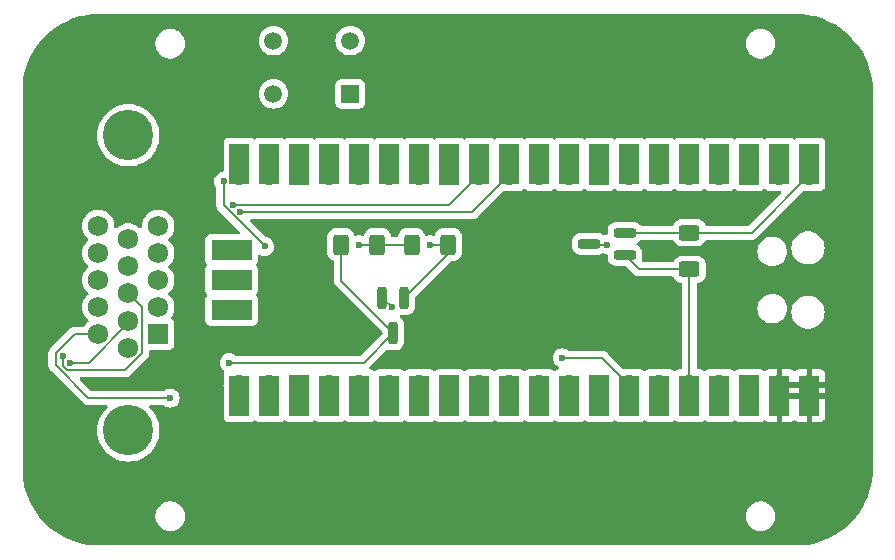
<source format=gbr>
%TF.GenerationSoftware,KiCad,Pcbnew,8.0.4*%
%TF.CreationDate,2025-01-24T17:00:10-06:00*%
%TF.ProjectId,potentiostat control,706f7465-6e74-4696-9f73-74617420636f,0.1*%
%TF.SameCoordinates,Original*%
%TF.FileFunction,Copper,L1,Top*%
%TF.FilePolarity,Positive*%
%FSLAX46Y46*%
G04 Gerber Fmt 4.6, Leading zero omitted, Abs format (unit mm)*
G04 Created by KiCad (PCBNEW 8.0.4) date 2025-01-24 17:00:10*
%MOMM*%
%LPD*%
G01*
G04 APERTURE LIST*
G04 Aperture macros list*
%AMRoundRect*
0 Rectangle with rounded corners*
0 $1 Rounding radius*
0 $2 $3 $4 $5 $6 $7 $8 $9 X,Y pos of 4 corners*
0 Add a 4 corners polygon primitive as box body*
4,1,4,$2,$3,$4,$5,$6,$7,$8,$9,$2,$3,0*
0 Add four circle primitives for the rounded corners*
1,1,$1+$1,$2,$3*
1,1,$1+$1,$4,$5*
1,1,$1+$1,$6,$7*
1,1,$1+$1,$8,$9*
0 Add four rect primitives between the rounded corners*
20,1,$1+$1,$2,$3,$4,$5,0*
20,1,$1+$1,$4,$5,$6,$7,0*
20,1,$1+$1,$6,$7,$8,$9,0*
20,1,$1+$1,$8,$9,$2,$3,0*%
G04 Aperture macros list end*
%TA.AperFunction,SMDPad,CuDef*%
%ADD10RoundRect,0.200000X-0.200000X0.750000X-0.200000X-0.750000X0.200000X-0.750000X0.200000X0.750000X0*%
%TD*%
%TA.AperFunction,ComponentPad*%
%ADD11O,1.700000X1.700000*%
%TD*%
%TA.AperFunction,SMDPad,CuDef*%
%ADD12R,1.700000X3.500000*%
%TD*%
%TA.AperFunction,ComponentPad*%
%ADD13R,1.700000X1.700000*%
%TD*%
%TA.AperFunction,SMDPad,CuDef*%
%ADD14R,3.500000X1.700000*%
%TD*%
%TA.AperFunction,SMDPad,CuDef*%
%ADD15RoundRect,0.250000X0.400000X0.625000X-0.400000X0.625000X-0.400000X-0.625000X0.400000X-0.625000X0*%
%TD*%
%TA.AperFunction,SMDPad,CuDef*%
%ADD16RoundRect,0.250000X0.625000X-0.400000X0.625000X0.400000X-0.625000X0.400000X-0.625000X-0.400000X0*%
%TD*%
%TA.AperFunction,SMDPad,CuDef*%
%ADD17RoundRect,0.200000X0.750000X0.200000X-0.750000X0.200000X-0.750000X-0.200000X0.750000X-0.200000X0*%
%TD*%
%TA.AperFunction,ComponentPad*%
%ADD18R,1.498600X1.498600*%
%TD*%
%TA.AperFunction,ComponentPad*%
%ADD19C,1.498600*%
%TD*%
%TA.AperFunction,ComponentPad*%
%ADD20R,1.725000X1.725000*%
%TD*%
%TA.AperFunction,ComponentPad*%
%ADD21C,1.725000*%
%TD*%
%TA.AperFunction,ComponentPad*%
%ADD22C,4.266000*%
%TD*%
%TA.AperFunction,ViaPad*%
%ADD23C,0.600000*%
%TD*%
%TA.AperFunction,Conductor*%
%ADD24C,0.200000*%
%TD*%
G04 APERTURE END LIST*
D10*
%TO.P,Q2,1,G*%
%TO.N,Net-(Q1-D)*%
X119837500Y-101500000D03*
%TO.P,Q2,2,S*%
%TO.N,GND*%
X117937500Y-101500000D03*
%TO.P,Q2,3,D*%
%TO.N,Net-(Q2-D)*%
X118887500Y-104500000D03*
%TD*%
D11*
%TO.P,U1,1,GP0*%
%TO.N,Net-(Q1-S)*%
X154130000Y-91110000D03*
D12*
X154130000Y-90210000D03*
D11*
%TO.P,U1,2,GP1*%
%TO.N,unconnected-(U1-GP1-Pad2)*%
X151590000Y-91110000D03*
D12*
%TO.N,unconnected-(U1-GP1-Pad2)_1*%
X151590000Y-90210000D03*
D13*
%TO.P,U1,3,GND*%
%TO.N,GND*%
X149050000Y-91110000D03*
D12*
X149050000Y-90210000D03*
D11*
%TO.P,U1,4,GP2*%
%TO.N,unconnected-(U1-GP2-Pad4)*%
X146510000Y-91110000D03*
D12*
%TO.N,unconnected-(U1-GP2-Pad4)_1*%
X146510000Y-90210000D03*
D11*
%TO.P,U1,5,GP3*%
%TO.N,unconnected-(U1-GP3-Pad5)*%
X143970000Y-91110000D03*
D12*
%TO.N,unconnected-(U1-GP3-Pad5)_1*%
X143970000Y-90210000D03*
D11*
%TO.P,U1,6,GP4*%
%TO.N,unconnected-(U1-GP4-Pad6)*%
X141430000Y-91110000D03*
D12*
%TO.N,unconnected-(U1-GP4-Pad6)_1*%
X141430000Y-90210000D03*
D11*
%TO.P,U1,7,GP5*%
%TO.N,unconnected-(U1-GP5-Pad7)*%
X138890000Y-91110000D03*
D12*
%TO.N,unconnected-(U1-GP5-Pad7)_1*%
X138890000Y-90210000D03*
D13*
%TO.P,U1,8,GND*%
%TO.N,GND*%
X136350000Y-91110000D03*
D12*
X136350000Y-90210000D03*
D11*
%TO.P,U1,9,GP6*%
%TO.N,Net-(U1-GP6)*%
X133810000Y-91110000D03*
D12*
X133810000Y-90210000D03*
D11*
%TO.P,U1,10,GP7*%
%TO.N,Net-(U1-GP7)*%
X131270000Y-91110000D03*
D12*
X131270000Y-90210000D03*
D11*
%TO.P,U1,11,GP8*%
%TO.N,Net-(U1-GP8)*%
X128730000Y-91110000D03*
D12*
X128730000Y-90210000D03*
D11*
%TO.P,U1,12,GP9*%
%TO.N,Net-(U1-GP9)*%
X126190000Y-91110000D03*
D12*
X126190000Y-90210000D03*
D13*
%TO.P,U1,13,GND*%
%TO.N,GND*%
X123650000Y-91110000D03*
D12*
X123650000Y-90210000D03*
D11*
%TO.P,U1,14,GP10*%
%TO.N,unconnected-(U1-GP10-Pad14)*%
X121110000Y-91110000D03*
D12*
%TO.N,unconnected-(U1-GP10-Pad14)_1*%
X121110000Y-90210000D03*
D11*
%TO.P,U1,15,GP11*%
%TO.N,unconnected-(U1-GP11-Pad15)*%
X118570000Y-91110000D03*
D12*
%TO.N,unconnected-(U1-GP11-Pad15)_1*%
X118570000Y-90210000D03*
D11*
%TO.P,U1,16,GP12*%
%TO.N,unconnected-(U1-GP12-Pad16)*%
X116030000Y-91110000D03*
D12*
%TO.N,unconnected-(U1-GP12-Pad16)_1*%
X116030000Y-90210000D03*
D11*
%TO.P,U1,17,GP13*%
%TO.N,unconnected-(U1-GP13-Pad17)*%
X113490000Y-91110000D03*
D12*
%TO.N,unconnected-(U1-GP13-Pad17)_1*%
X113490000Y-90210000D03*
D13*
%TO.P,U1,18,GND*%
%TO.N,GND*%
X110950000Y-91110000D03*
D12*
X110950000Y-90210000D03*
D11*
%TO.P,U1,19,GP14*%
%TO.N,unconnected-(U1-GP14-Pad19)*%
X108410000Y-91110000D03*
D12*
%TO.N,unconnected-(U1-GP14-Pad19)_1*%
X108410000Y-90210000D03*
D11*
%TO.P,U1,20,GP15*%
%TO.N,unconnected-(U1-GP15-Pad20)_1*%
X105870000Y-91110000D03*
D12*
%TO.N,unconnected-(U1-GP15-Pad20)*%
X105870000Y-90210000D03*
D11*
%TO.P,U1,21,GP16*%
%TO.N,unconnected-(U1-GP16-Pad21)_1*%
X105870000Y-108890000D03*
D12*
%TO.N,unconnected-(U1-GP16-Pad21)*%
X105870000Y-109790000D03*
D11*
%TO.P,U1,22,GP17*%
%TO.N,unconnected-(U1-GP17-Pad22)*%
X108410000Y-108890000D03*
D12*
%TO.N,unconnected-(U1-GP17-Pad22)_1*%
X108410000Y-109790000D03*
D13*
%TO.P,U1,23,GND*%
%TO.N,GND*%
X110950000Y-108890000D03*
D12*
X110950000Y-109790000D03*
D11*
%TO.P,U1,24,GP18*%
%TO.N,unconnected-(U1-GP18-Pad24)_1*%
X113490000Y-108890000D03*
D12*
%TO.N,unconnected-(U1-GP18-Pad24)*%
X113490000Y-109790000D03*
D11*
%TO.P,U1,25,GP19*%
%TO.N,unconnected-(U1-GP19-Pad25)*%
X116030000Y-108890000D03*
D12*
%TO.N,unconnected-(U1-GP19-Pad25)_1*%
X116030000Y-109790000D03*
D11*
%TO.P,U1,26,GP20*%
%TO.N,unconnected-(U1-GP20-Pad26)_1*%
X118570000Y-108890000D03*
D12*
%TO.N,unconnected-(U1-GP20-Pad26)*%
X118570000Y-109790000D03*
D11*
%TO.P,U1,27,GP21*%
%TO.N,unconnected-(U1-GP21-Pad27)_1*%
X121110000Y-108890000D03*
D12*
%TO.N,unconnected-(U1-GP21-Pad27)*%
X121110000Y-109790000D03*
D13*
%TO.P,U1,28,GND*%
%TO.N,GND*%
X123650000Y-108890000D03*
D12*
X123650000Y-109790000D03*
D11*
%TO.P,U1,29,GP22*%
%TO.N,unconnected-(U1-GP22-Pad29)_1*%
X126190000Y-108890000D03*
D12*
%TO.N,unconnected-(U1-GP22-Pad29)*%
X126190000Y-109790000D03*
D11*
%TO.P,U1,30,~{RUN}*%
%TO.N,unconnected-(U1-~{RUN}-Pad30)*%
X128730000Y-108890000D03*
D12*
%TO.N,unconnected-(U1-~{RUN}-Pad30)_1*%
X128730000Y-109790000D03*
D11*
%TO.P,U1,31,GP26*%
%TO.N,unconnected-(U1-GP26-Pad31)*%
X131270000Y-108890000D03*
D12*
%TO.N,unconnected-(U1-GP26-Pad31)_1*%
X131270000Y-109790000D03*
D11*
%TO.P,U1,32,GP27*%
%TO.N,unconnected-(U1-GP27-Pad32)_1*%
X133810000Y-108890000D03*
D12*
%TO.N,unconnected-(U1-GP27-Pad32)*%
X133810000Y-109790000D03*
D13*
%TO.P,U1,33,AGND*%
%TO.N,AGND*%
X136350000Y-108890000D03*
D12*
X136350000Y-109790000D03*
D11*
%TO.P,U1,34,GP28*%
%TO.N,Net-(U1-GP28)*%
X138890000Y-108890000D03*
D12*
X138890000Y-109790000D03*
D11*
%TO.P,U1,35,ADC_VREF*%
%TO.N,+3.3VADC*%
X141430000Y-108890000D03*
D12*
X141430000Y-109790000D03*
D11*
%TO.P,U1,36,3V3_OUT*%
%TO.N,+3.3V*%
X143970000Y-108890000D03*
D12*
X143970000Y-109790000D03*
D11*
%TO.P,U1,37,3V3_EN*%
%TO.N,Net-(U1-3V3_EN)*%
X146510000Y-108890000D03*
D12*
X146510000Y-109790000D03*
D13*
%TO.P,U1,38,GND*%
%TO.N,GND*%
X149050000Y-108890000D03*
D12*
X149050000Y-109790000D03*
D11*
%TO.P,U1,39,VSYS*%
%TO.N,+5V*%
X151590000Y-108890000D03*
D12*
X151590000Y-109790000D03*
D11*
%TO.P,U1,40,VBUS*%
X154130000Y-108890000D03*
D12*
X154130000Y-109790000D03*
D11*
%TO.P,U1,41*%
%TO.N,N/C*%
X106100000Y-97460000D03*
D14*
X105200000Y-97460000D03*
D13*
%TO.P,U1,42*%
X106100000Y-100000000D03*
D14*
X105200000Y-100000000D03*
D11*
%TO.P,U1,43*%
X106100000Y-102540000D03*
D14*
X105200000Y-102540000D03*
%TD*%
D15*
%TO.P,R3,1*%
%TO.N,+5VP*%
X117550000Y-97000000D03*
%TO.P,R3,2*%
%TO.N,Net-(Q2-D)*%
X114450000Y-97000000D03*
%TD*%
D16*
%TO.P,R1,1*%
%TO.N,+3.3V*%
X143970000Y-99100000D03*
%TO.P,R1,2*%
%TO.N,Net-(Q1-S)*%
X143970000Y-96000000D03*
%TD*%
D15*
%TO.P,R2,1*%
%TO.N,Net-(Q1-D)*%
X123550000Y-97000000D03*
%TO.P,R2,2*%
%TO.N,+5VP*%
X120450000Y-97000000D03*
%TD*%
D17*
%TO.P,Q1,1,G*%
%TO.N,+3.3V*%
X138500000Y-97900000D03*
%TO.P,Q1,2,S*%
%TO.N,Net-(Q1-S)*%
X138500000Y-96000000D03*
%TO.P,Q1,3,D*%
%TO.N,Net-(Q1-D)*%
X135500000Y-96950000D03*
%TD*%
D18*
%TO.P,SW1,1,1*%
%TO.N,Net-(U1-3V3_EN)*%
X115250001Y-84239401D03*
D19*
%TO.P,SW1,2,2*%
X108750000Y-84239401D03*
%TO.P,SW1,3,3*%
%TO.N,GND*%
X115250001Y-79739400D03*
%TO.P,SW1,4,4*%
X108750000Y-79739400D03*
%TD*%
D20*
%TO.P,J1,1,1*%
%TO.N,Net-(U1-GP28)*%
X99000000Y-104580000D03*
D21*
%TO.P,J1,2,2*%
%TO.N,AGND*%
X99000000Y-102290000D03*
%TO.P,J1,3,3*%
%TO.N,unconnected-(J1-Pad3)*%
X99000000Y-100000000D03*
%TO.P,J1,4,4*%
%TO.N,unconnected-(J1-Pad4)*%
X99000000Y-97710000D03*
%TO.P,J1,5,5*%
%TO.N,unconnected-(J1-Pad5)*%
X99000000Y-95420000D03*
%TO.P,J1,6,6*%
%TO.N,GND*%
X96460000Y-105725000D03*
%TO.P,J1,7,7*%
%TO.N,Net-(U1-GP6)*%
X96460000Y-103435000D03*
%TO.P,J1,8,8*%
%TO.N,Net-(U1-GP7)*%
X96460000Y-101145000D03*
%TO.P,J1,9,9*%
%TO.N,Net-(U1-GP8)*%
X96460000Y-98855000D03*
%TO.P,J1,10,10*%
%TO.N,Net-(U1-GP9)*%
X96460000Y-96565000D03*
%TO.P,J1,11,11*%
%TO.N,Net-(Q2-D)*%
X93920000Y-104580000D03*
%TO.P,J1,12,12*%
X93920000Y-102290000D03*
%TO.P,J1,13,13*%
X93920000Y-100000000D03*
%TO.P,J1,14,14*%
X93920000Y-97710000D03*
%TO.P,J1,15,15*%
%TO.N,+5VP*%
X93920000Y-95420000D03*
D22*
%TO.P,J1,SH1,SHIELD*%
%TO.N,unconnected-(J1-SHIELD-PadSH1)*%
X96460000Y-112745000D03*
%TO.P,J1,SH2,SHIELD*%
%TO.N,unconnected-(J1-SHIELD-PadSH1)_1*%
X96460000Y-87755000D03*
%TD*%
D23*
%TO.N,Net-(U1-GP28)*%
X133210000Y-106600000D03*
%TO.N,Net-(U1-GP6)*%
X91500000Y-107000000D03*
%TO.N,Net-(Q2-D)*%
X105000000Y-107000000D03*
X100000000Y-110000000D03*
%TO.N,Net-(U1-GP8)*%
X105943653Y-94260000D03*
%TO.N,Net-(U1-GP9)*%
X105343654Y-93660000D03*
%TO.N,Net-(U1-GP7)*%
X90900000Y-106450000D03*
%TO.N,+5VP*%
X116000000Y-97000000D03*
%TO.N,GND*%
X118750000Y-102300000D03*
%TO.N,Net-(Q1-D)*%
X122000000Y-97000000D03*
X137000000Y-97000000D03*
%TO.N,Net-(U1-3V3_EN)*%
X107997563Y-97162437D03*
X104519998Y-91660000D03*
%TD*%
D24*
%TO.N,Net-(U1-GP28)*%
X136600000Y-106600000D02*
X138890000Y-108890000D01*
X133210000Y-106600000D02*
X136600000Y-106600000D01*
%TO.N,Net-(Q1-S)*%
X138500000Y-96000000D02*
X143970000Y-96000000D01*
X149240000Y-96000000D02*
X154130000Y-91110000D01*
X143970000Y-96000000D02*
X149240000Y-96000000D01*
%TO.N,Net-(U1-GP6)*%
X93144024Y-107000000D02*
X91500000Y-107000000D01*
X96460000Y-103684024D02*
X93144024Y-107000000D01*
%TO.N,Net-(Q2-D)*%
X93085785Y-110000000D02*
X90300000Y-107214215D01*
X114450000Y-100062500D02*
X114450000Y-97000000D01*
X118887500Y-104500000D02*
X116387500Y-107000000D01*
X116387500Y-107000000D02*
X105000000Y-107000000D01*
X91921471Y-104580000D02*
X93920000Y-104580000D01*
X90300000Y-106201471D02*
X91921471Y-104580000D01*
X100000000Y-110000000D02*
X93085785Y-110000000D01*
X118887500Y-104500000D02*
X114450000Y-100062500D01*
X90300000Y-107214215D02*
X90300000Y-106201471D01*
%TO.N,Net-(U1-GP8)*%
X128730000Y-91110000D02*
X125580000Y-94260000D01*
X125580000Y-94260000D02*
X105943653Y-94260000D01*
%TO.N,Net-(U1-GP9)*%
X123640000Y-93660000D02*
X105343654Y-93660000D01*
X126190000Y-91110000D02*
X123640000Y-93660000D01*
%TO.N,Net-(U1-GP7)*%
X96209856Y-107619168D02*
X97622500Y-106206524D01*
X91270639Y-107619168D02*
X96209856Y-107619168D01*
X90900000Y-107248529D02*
X91270639Y-107619168D01*
X97622500Y-106206524D02*
X97622500Y-102307500D01*
X90900000Y-106450000D02*
X90900000Y-107248529D01*
X97622500Y-102307500D02*
X96460000Y-101145000D01*
%TO.N,+5VP*%
X117550000Y-97000000D02*
X116000000Y-97000000D01*
X120450000Y-97000000D02*
X117550000Y-97000000D01*
%TO.N,GND*%
X117950000Y-101500000D02*
X118750000Y-102300000D01*
%TO.N,+3.3V*%
X143970000Y-108890000D02*
X143970000Y-99100000D01*
X139700000Y-99100000D02*
X138500000Y-97900000D01*
X143970000Y-99100000D02*
X139700000Y-99100000D01*
%TO.N,Net-(Q1-D)*%
X123550000Y-97787500D02*
X119837500Y-101500000D01*
X123550000Y-97000000D02*
X123550000Y-97787500D01*
X137000000Y-97000000D02*
X135550000Y-97000000D01*
X123550000Y-97000000D02*
X122000000Y-97000000D01*
%TO.N,Net-(U1-3V3_EN)*%
X104520000Y-91660002D02*
X104519998Y-91660000D01*
X104520000Y-93684874D02*
X104520000Y-91660002D01*
X107997563Y-97162437D02*
X104520000Y-93684874D01*
%TD*%
%TA.AperFunction,Conductor*%
%TO.N,+5V*%
G36*
X153654755Y-108693147D02*
G01*
X153620000Y-108822857D01*
X153620000Y-108957143D01*
X153654755Y-109086853D01*
X153685440Y-109140000D01*
X152034560Y-109140000D01*
X152065245Y-109086853D01*
X152100000Y-108957143D01*
X152100000Y-108822857D01*
X152065245Y-108693147D01*
X152034560Y-108640000D01*
X153685440Y-108640000D01*
X153654755Y-108693147D01*
G37*
%TD.AperFunction*%
%TA.AperFunction,Conductor*%
G36*
X153002324Y-77480587D02*
G01*
X153042259Y-77482081D01*
X153481082Y-77498500D01*
X153490306Y-77499192D01*
X153964101Y-77552575D01*
X153973247Y-77553954D01*
X154335901Y-77622572D01*
X154441708Y-77642592D01*
X154450749Y-77644655D01*
X154624139Y-77691114D01*
X154911287Y-77768056D01*
X154920133Y-77770784D01*
X155370158Y-77928255D01*
X155378778Y-77931637D01*
X155622667Y-78038045D01*
X155815784Y-78122302D01*
X155824138Y-78126326D01*
X156245640Y-78349096D01*
X156253671Y-78353732D01*
X156657371Y-78607393D01*
X156665033Y-78612617D01*
X157048641Y-78895732D01*
X157055883Y-78901508D01*
X157417275Y-79212511D01*
X157424072Y-79218818D01*
X157761181Y-79555927D01*
X157767488Y-79562724D01*
X158078491Y-79924116D01*
X158084273Y-79931366D01*
X158367382Y-80314966D01*
X158372606Y-80322628D01*
X158626267Y-80726328D01*
X158630903Y-80734359D01*
X158853673Y-81155861D01*
X158857697Y-81164215D01*
X159048359Y-81601215D01*
X159051747Y-81609848D01*
X159209212Y-82059859D01*
X159211945Y-82068719D01*
X159335344Y-82529250D01*
X159337407Y-82538291D01*
X159426043Y-83006741D01*
X159427425Y-83015910D01*
X159480806Y-83489681D01*
X159481499Y-83498928D01*
X159499413Y-83977674D01*
X159499500Y-83982311D01*
X159499500Y-115977688D01*
X159499413Y-115982325D01*
X159481499Y-116461071D01*
X159480806Y-116470318D01*
X159427425Y-116944089D01*
X159426043Y-116953258D01*
X159337407Y-117421708D01*
X159335344Y-117430749D01*
X159211945Y-117891280D01*
X159209212Y-117900140D01*
X159051747Y-118350151D01*
X159048359Y-118358784D01*
X158857697Y-118795784D01*
X158853673Y-118804138D01*
X158630903Y-119225640D01*
X158626267Y-119233671D01*
X158372606Y-119637371D01*
X158367382Y-119645033D01*
X158084273Y-120028633D01*
X158078491Y-120035883D01*
X157767488Y-120397275D01*
X157761181Y-120404072D01*
X157424072Y-120741181D01*
X157417275Y-120747488D01*
X157055883Y-121058491D01*
X157048633Y-121064273D01*
X156665033Y-121347382D01*
X156657371Y-121352606D01*
X156253671Y-121606267D01*
X156245640Y-121610903D01*
X155824138Y-121833673D01*
X155815784Y-121837697D01*
X155378784Y-122028359D01*
X155370151Y-122031747D01*
X154920140Y-122189212D01*
X154911280Y-122191945D01*
X154450749Y-122315344D01*
X154441708Y-122317407D01*
X153973258Y-122406043D01*
X153964089Y-122407425D01*
X153490318Y-122460806D01*
X153481071Y-122461499D01*
X153002325Y-122479413D01*
X152997688Y-122479500D01*
X94002312Y-122479500D01*
X93997675Y-122479413D01*
X93518928Y-122461499D01*
X93509681Y-122460806D01*
X93035910Y-122407425D01*
X93026741Y-122406043D01*
X92558291Y-122317407D01*
X92549250Y-122315344D01*
X92088719Y-122191945D01*
X92079859Y-122189212D01*
X91629848Y-122031747D01*
X91621215Y-122028359D01*
X91184215Y-121837697D01*
X91175861Y-121833673D01*
X90754359Y-121610903D01*
X90746328Y-121606267D01*
X90342628Y-121352606D01*
X90334966Y-121347382D01*
X89951366Y-121064273D01*
X89944116Y-121058491D01*
X89582724Y-120747488D01*
X89575927Y-120741181D01*
X89238818Y-120404072D01*
X89232511Y-120397275D01*
X88921508Y-120035883D01*
X88915726Y-120028633D01*
X88821955Y-119901577D01*
X98749500Y-119901577D01*
X98749500Y-120098422D01*
X98780290Y-120292826D01*
X98841117Y-120480029D01*
X98858793Y-120514719D01*
X98930476Y-120655405D01*
X99046172Y-120814646D01*
X99185354Y-120953828D01*
X99344595Y-121069524D01*
X99427455Y-121111743D01*
X99519970Y-121158882D01*
X99519972Y-121158882D01*
X99519975Y-121158884D01*
X99620317Y-121191487D01*
X99707173Y-121219709D01*
X99901578Y-121250500D01*
X99901583Y-121250500D01*
X100098422Y-121250500D01*
X100292826Y-121219709D01*
X100480025Y-121158884D01*
X100655405Y-121069524D01*
X100814646Y-120953828D01*
X100953828Y-120814646D01*
X101069524Y-120655405D01*
X101158884Y-120480025D01*
X101219709Y-120292826D01*
X101250500Y-120098422D01*
X101250500Y-119901577D01*
X148749500Y-119901577D01*
X148749500Y-120098422D01*
X148780290Y-120292826D01*
X148841117Y-120480029D01*
X148858793Y-120514719D01*
X148930476Y-120655405D01*
X149046172Y-120814646D01*
X149185354Y-120953828D01*
X149344595Y-121069524D01*
X149427455Y-121111743D01*
X149519970Y-121158882D01*
X149519972Y-121158882D01*
X149519975Y-121158884D01*
X149620317Y-121191487D01*
X149707173Y-121219709D01*
X149901578Y-121250500D01*
X149901583Y-121250500D01*
X150098422Y-121250500D01*
X150292826Y-121219709D01*
X150480025Y-121158884D01*
X150655405Y-121069524D01*
X150814646Y-120953828D01*
X150953828Y-120814646D01*
X151069524Y-120655405D01*
X151158884Y-120480025D01*
X151219709Y-120292826D01*
X151250500Y-120098422D01*
X151250500Y-119901577D01*
X151219709Y-119707173D01*
X151158882Y-119519970D01*
X151069523Y-119344594D01*
X150953828Y-119185354D01*
X150814646Y-119046172D01*
X150655405Y-118930476D01*
X150480029Y-118841117D01*
X150292826Y-118780290D01*
X150098422Y-118749500D01*
X150098417Y-118749500D01*
X149901583Y-118749500D01*
X149901578Y-118749500D01*
X149707173Y-118780290D01*
X149519970Y-118841117D01*
X149344594Y-118930476D01*
X149253741Y-118996485D01*
X149185354Y-119046172D01*
X149185352Y-119046174D01*
X149185351Y-119046174D01*
X149046174Y-119185351D01*
X149046174Y-119185352D01*
X149046172Y-119185354D01*
X148996485Y-119253741D01*
X148930476Y-119344594D01*
X148841117Y-119519970D01*
X148780290Y-119707173D01*
X148749500Y-119901577D01*
X101250500Y-119901577D01*
X101219709Y-119707173D01*
X101158882Y-119519970D01*
X101069523Y-119344594D01*
X100953828Y-119185354D01*
X100814646Y-119046172D01*
X100655405Y-118930476D01*
X100480029Y-118841117D01*
X100292826Y-118780290D01*
X100098422Y-118749500D01*
X100098417Y-118749500D01*
X99901583Y-118749500D01*
X99901578Y-118749500D01*
X99707173Y-118780290D01*
X99519970Y-118841117D01*
X99344594Y-118930476D01*
X99253741Y-118996485D01*
X99185354Y-119046172D01*
X99185352Y-119046174D01*
X99185351Y-119046174D01*
X99046174Y-119185351D01*
X99046174Y-119185352D01*
X99046172Y-119185354D01*
X98996485Y-119253741D01*
X98930476Y-119344594D01*
X98841117Y-119519970D01*
X98780290Y-119707173D01*
X98749500Y-119901577D01*
X88821955Y-119901577D01*
X88632617Y-119645033D01*
X88627393Y-119637371D01*
X88373732Y-119233671D01*
X88369096Y-119225640D01*
X88146326Y-118804138D01*
X88142302Y-118795784D01*
X87951640Y-118358784D01*
X87948252Y-118350151D01*
X87790787Y-117900140D01*
X87788054Y-117891280D01*
X87752043Y-117756887D01*
X87664655Y-117430749D01*
X87662592Y-117421708D01*
X87642572Y-117315901D01*
X87573954Y-116953247D01*
X87572574Y-116944089D01*
X87519193Y-116470318D01*
X87518500Y-116461070D01*
X87500587Y-115982324D01*
X87500500Y-115977688D01*
X87500500Y-107293269D01*
X89699498Y-107293269D01*
X89699499Y-107293272D01*
X89740423Y-107446000D01*
X89761519Y-107482539D01*
X89769358Y-107496115D01*
X89769359Y-107496119D01*
X89769360Y-107496119D01*
X89819479Y-107582929D01*
X89819481Y-107582932D01*
X89938349Y-107701800D01*
X89938355Y-107701805D01*
X92600924Y-110364374D01*
X92600934Y-110364385D01*
X92605264Y-110368715D01*
X92605265Y-110368716D01*
X92717069Y-110480520D01*
X92803880Y-110530639D01*
X92803882Y-110530641D01*
X92841936Y-110552611D01*
X92854000Y-110559577D01*
X93006728Y-110600501D01*
X93006731Y-110600501D01*
X93172438Y-110600501D01*
X93172454Y-110600500D01*
X94580806Y-110600500D01*
X94647845Y-110620185D01*
X94693600Y-110672989D01*
X94703544Y-110742147D01*
X94674519Y-110805703D01*
X94668487Y-110812181D01*
X94485196Y-110995471D01*
X94288715Y-111246260D01*
X94288710Y-111246268D01*
X94123889Y-111518917D01*
X94123880Y-111518933D01*
X93993137Y-111809430D01*
X93993135Y-111809437D01*
X93898352Y-112113609D01*
X93840922Y-112426992D01*
X93821687Y-112745000D01*
X93840922Y-113063007D01*
X93898352Y-113376390D01*
X93993135Y-113680562D01*
X93993137Y-113680569D01*
X94123880Y-113971066D01*
X94123887Y-113971078D01*
X94123890Y-113971085D01*
X94288710Y-114243731D01*
X94288715Y-114243739D01*
X94485196Y-114494528D01*
X94710471Y-114719803D01*
X94961260Y-114916284D01*
X94961263Y-114916285D01*
X94961267Y-114916289D01*
X95233915Y-115081110D01*
X95233925Y-115081114D01*
X95233933Y-115081119D01*
X95524430Y-115211862D01*
X95524435Y-115211863D01*
X95524441Y-115211866D01*
X95828610Y-115306648D01*
X96141987Y-115364077D01*
X96460000Y-115383313D01*
X96778013Y-115364077D01*
X97091390Y-115306648D01*
X97395559Y-115211866D01*
X97395565Y-115211862D01*
X97395569Y-115211862D01*
X97686066Y-115081119D01*
X97686069Y-115081116D01*
X97686085Y-115081110D01*
X97958733Y-114916289D01*
X98209525Y-114719806D01*
X98434806Y-114494525D01*
X98631289Y-114243733D01*
X98796110Y-113971085D01*
X98796119Y-113971066D01*
X98926862Y-113680569D01*
X98926862Y-113680565D01*
X98926866Y-113680559D01*
X99021648Y-113376390D01*
X99079077Y-113063013D01*
X99098313Y-112745000D01*
X99079077Y-112426987D01*
X99021648Y-112113610D01*
X98926866Y-111809441D01*
X98926863Y-111809435D01*
X98926862Y-111809430D01*
X98796119Y-111518933D01*
X98796114Y-111518925D01*
X98796110Y-111518915D01*
X98631289Y-111246267D01*
X98434806Y-110995475D01*
X98434803Y-110995471D01*
X98251513Y-110812181D01*
X98218028Y-110750858D01*
X98223012Y-110681166D01*
X98264884Y-110625233D01*
X98330348Y-110600816D01*
X98339194Y-110600500D01*
X99417588Y-110600500D01*
X99484627Y-110620185D01*
X99494903Y-110627555D01*
X99497736Y-110629814D01*
X99497738Y-110629816D01*
X99650478Y-110725789D01*
X99777380Y-110770194D01*
X99820745Y-110785368D01*
X99820750Y-110785369D01*
X99999996Y-110805565D01*
X100000000Y-110805565D01*
X100000004Y-110805565D01*
X100179249Y-110785369D01*
X100179252Y-110785368D01*
X100179255Y-110785368D01*
X100349522Y-110725789D01*
X100502262Y-110629816D01*
X100629816Y-110502262D01*
X100725789Y-110349522D01*
X100785368Y-110179255D01*
X100805565Y-110000000D01*
X100785368Y-109820745D01*
X100725789Y-109650478D01*
X100629816Y-109497738D01*
X100502262Y-109370184D01*
X100491117Y-109363181D01*
X100349523Y-109274211D01*
X100179254Y-109214631D01*
X100179249Y-109214630D01*
X100000004Y-109194435D01*
X99999996Y-109194435D01*
X99820750Y-109214630D01*
X99820745Y-109214631D01*
X99650476Y-109274211D01*
X99497736Y-109370185D01*
X99494903Y-109372445D01*
X99492724Y-109373334D01*
X99491842Y-109373889D01*
X99491744Y-109373734D01*
X99430217Y-109398855D01*
X99417588Y-109399500D01*
X93385882Y-109399500D01*
X93318843Y-109379815D01*
X93298201Y-109363181D01*
X92366369Y-108431349D01*
X92332884Y-108370026D01*
X92337868Y-108300334D01*
X92379740Y-108244401D01*
X92445204Y-108219984D01*
X92454050Y-108219668D01*
X96123187Y-108219668D01*
X96123203Y-108219669D01*
X96130799Y-108219669D01*
X96288910Y-108219669D01*
X96288913Y-108219669D01*
X96441641Y-108178745D01*
X96491760Y-108149807D01*
X96578572Y-108099688D01*
X96690376Y-107987884D01*
X96690376Y-107987882D01*
X96700584Y-107977675D01*
X96700586Y-107977672D01*
X97991213Y-106687045D01*
X97991216Y-106687044D01*
X98103020Y-106575240D01*
X98153139Y-106488428D01*
X98182077Y-106438309D01*
X98223000Y-106285582D01*
X98223000Y-106127467D01*
X98223000Y-106066999D01*
X98242685Y-105999960D01*
X98295489Y-105954205D01*
X98347000Y-105942999D01*
X99910371Y-105942999D01*
X99910372Y-105942999D01*
X99969983Y-105936591D01*
X100104831Y-105886296D01*
X100220046Y-105800046D01*
X100306296Y-105684831D01*
X100356591Y-105549983D01*
X100363000Y-105490373D01*
X100362999Y-103669628D01*
X100356591Y-103610017D01*
X100354561Y-103604575D01*
X100306297Y-103475171D01*
X100306293Y-103475164D01*
X100220047Y-103359955D01*
X100117761Y-103283383D01*
X100075891Y-103227449D01*
X100070907Y-103157758D01*
X100088263Y-103116297D01*
X100202831Y-102940939D01*
X100293567Y-102734082D01*
X100349018Y-102515111D01*
X100360446Y-102377192D01*
X100367671Y-102290005D01*
X100367671Y-102289994D01*
X100349018Y-102064892D01*
X100349018Y-102064889D01*
X100293567Y-101845918D01*
X100202831Y-101639061D01*
X100165889Y-101582517D01*
X100079284Y-101449957D01*
X99926301Y-101283775D01*
X99926298Y-101283772D01*
X99877031Y-101245426D01*
X99873725Y-101242852D01*
X99832913Y-101186143D01*
X99829238Y-101116370D01*
X99863870Y-101055687D01*
X99873725Y-101047147D01*
X99926298Y-101006228D01*
X100079285Y-100840041D01*
X100202831Y-100650939D01*
X100293567Y-100444082D01*
X100349018Y-100225111D01*
X100357308Y-100125061D01*
X100367671Y-100000005D01*
X100367671Y-99999994D01*
X100352701Y-99819334D01*
X100349018Y-99774889D01*
X100293567Y-99555918D01*
X100202831Y-99349061D01*
X100079285Y-99159959D01*
X100079284Y-99159957D01*
X99926301Y-98993775D01*
X99926298Y-98993772D01*
X99926295Y-98993770D01*
X99873725Y-98952852D01*
X99832913Y-98896143D01*
X99829238Y-98826370D01*
X99863870Y-98765687D01*
X99873725Y-98757147D01*
X99926298Y-98716228D01*
X100079285Y-98550041D01*
X100202831Y-98360939D01*
X100293567Y-98154082D01*
X100349018Y-97935111D01*
X100360795Y-97792979D01*
X100367671Y-97710005D01*
X100367671Y-97709994D01*
X100350793Y-97506308D01*
X100349018Y-97484889D01*
X100293567Y-97265918D01*
X100202831Y-97059061D01*
X100170178Y-97009082D01*
X100079284Y-96869957D01*
X99926301Y-96703775D01*
X99926298Y-96703772D01*
X99912954Y-96693386D01*
X99873725Y-96662852D01*
X99832913Y-96606143D01*
X99830595Y-96562135D01*
X102949500Y-96562135D01*
X102949500Y-98357870D01*
X102949501Y-98357876D01*
X102955908Y-98417483D01*
X103006202Y-98552328D01*
X103006203Y-98552330D01*
X103013394Y-98561936D01*
X103083415Y-98655472D01*
X103083578Y-98655689D01*
X103107995Y-98721153D01*
X103093144Y-98789426D01*
X103083578Y-98804309D01*
X103076431Y-98813858D01*
X103006203Y-98907669D01*
X103006202Y-98907671D01*
X102955908Y-99042517D01*
X102951867Y-99080111D01*
X102949501Y-99102123D01*
X102949500Y-99102135D01*
X102949500Y-100897870D01*
X102949501Y-100897876D01*
X102955908Y-100957483D01*
X103006202Y-101092328D01*
X103006203Y-101092330D01*
X103045608Y-101144968D01*
X103078415Y-101188793D01*
X103083578Y-101195689D01*
X103107995Y-101261153D01*
X103093144Y-101329426D01*
X103083578Y-101344311D01*
X103006203Y-101447669D01*
X103006202Y-101447671D01*
X102955908Y-101582517D01*
X102949501Y-101642116D01*
X102949501Y-101642123D01*
X102949500Y-101642135D01*
X102949500Y-103437870D01*
X102949501Y-103437876D01*
X102955908Y-103497483D01*
X103006202Y-103632328D01*
X103006206Y-103632335D01*
X103092452Y-103747544D01*
X103092455Y-103747547D01*
X103207664Y-103833793D01*
X103207671Y-103833797D01*
X103342517Y-103884091D01*
X103342516Y-103884091D01*
X103349444Y-103884835D01*
X103402127Y-103890500D01*
X106035611Y-103890499D01*
X106046419Y-103890971D01*
X106099999Y-103895659D01*
X106100000Y-103895659D01*
X106100001Y-103895659D01*
X106153580Y-103890971D01*
X106164388Y-103890499D01*
X106997871Y-103890499D01*
X106997872Y-103890499D01*
X107057483Y-103884091D01*
X107192331Y-103833796D01*
X107307546Y-103747546D01*
X107393796Y-103632331D01*
X107444091Y-103497483D01*
X107450500Y-103437873D01*
X107450499Y-102604384D01*
X107450971Y-102593576D01*
X107455659Y-102540000D01*
X107455659Y-102539999D01*
X107450971Y-102486421D01*
X107450499Y-102475613D01*
X107450499Y-101642129D01*
X107450498Y-101642123D01*
X107450497Y-101642116D01*
X107444091Y-101582517D01*
X107419782Y-101517342D01*
X107393797Y-101447671D01*
X107393795Y-101447668D01*
X107316421Y-101344309D01*
X107292004Y-101278848D01*
X107306855Y-101210575D01*
X107316416Y-101195696D01*
X107393796Y-101092331D01*
X107444091Y-100957483D01*
X107450500Y-100897873D01*
X107450499Y-99102128D01*
X107444091Y-99042517D01*
X107425911Y-98993775D01*
X107393797Y-98907671D01*
X107393795Y-98907668D01*
X107316421Y-98804309D01*
X107292004Y-98738848D01*
X107306855Y-98670575D01*
X107316416Y-98655696D01*
X107393796Y-98552331D01*
X107444091Y-98417483D01*
X107450500Y-98357873D01*
X107450499Y-97988461D01*
X107470183Y-97921424D01*
X107522987Y-97875669D01*
X107592146Y-97865725D01*
X107640475Y-97883472D01*
X107648041Y-97888226D01*
X107808394Y-97944336D01*
X107818308Y-97947805D01*
X107818313Y-97947806D01*
X107997559Y-97968002D01*
X107997563Y-97968002D01*
X107997567Y-97968002D01*
X108176812Y-97947806D01*
X108176815Y-97947805D01*
X108176818Y-97947805D01*
X108347085Y-97888226D01*
X108499825Y-97792253D01*
X108627379Y-97664699D01*
X108723352Y-97511959D01*
X108782931Y-97341692D01*
X108790198Y-97277196D01*
X108803128Y-97162440D01*
X108803128Y-97162433D01*
X108782932Y-96983187D01*
X108782931Y-96983182D01*
X108743817Y-96871401D01*
X108723352Y-96812915D01*
X108627379Y-96660175D01*
X108499825Y-96532621D01*
X108428649Y-96487898D01*
X108347084Y-96436647D01*
X108199412Y-96384975D01*
X108176818Y-96377069D01*
X108176817Y-96377068D01*
X108176812Y-96377067D01*
X108089894Y-96367274D01*
X108025480Y-96340207D01*
X108016097Y-96331735D01*
X107409321Y-95724959D01*
X106756541Y-95072180D01*
X106723057Y-95010858D01*
X106728041Y-94941166D01*
X106769913Y-94885233D01*
X106835377Y-94860816D01*
X106844223Y-94860500D01*
X125493331Y-94860500D01*
X125493347Y-94860501D01*
X125500943Y-94860501D01*
X125659054Y-94860501D01*
X125659057Y-94860501D01*
X125811785Y-94819577D01*
X125861904Y-94790639D01*
X125948716Y-94740520D01*
X126060520Y-94628716D01*
X126060520Y-94628714D01*
X126070728Y-94618507D01*
X126070730Y-94618504D01*
X128192416Y-92496818D01*
X128253739Y-92463333D01*
X128280097Y-92460499D01*
X128665613Y-92460499D01*
X128676422Y-92460971D01*
X128730000Y-92465659D01*
X128783578Y-92460971D01*
X128794387Y-92460499D01*
X129627871Y-92460499D01*
X129627872Y-92460499D01*
X129687483Y-92454091D01*
X129822331Y-92403796D01*
X129925690Y-92326421D01*
X129991152Y-92302004D01*
X130059425Y-92316855D01*
X130074303Y-92326416D01*
X130177665Y-92403793D01*
X130177668Y-92403795D01*
X130177671Y-92403797D01*
X130312517Y-92454091D01*
X130312516Y-92454091D01*
X130319444Y-92454835D01*
X130372127Y-92460500D01*
X131205613Y-92460499D01*
X131216422Y-92460971D01*
X131270000Y-92465659D01*
X131323578Y-92460971D01*
X131334387Y-92460499D01*
X132167871Y-92460499D01*
X132167872Y-92460499D01*
X132227483Y-92454091D01*
X132362331Y-92403796D01*
X132465690Y-92326421D01*
X132531152Y-92302004D01*
X132599425Y-92316855D01*
X132614303Y-92326416D01*
X132717665Y-92403793D01*
X132717668Y-92403795D01*
X132717671Y-92403797D01*
X132852517Y-92454091D01*
X132852516Y-92454091D01*
X132859444Y-92454835D01*
X132912127Y-92460500D01*
X133745613Y-92460499D01*
X133756422Y-92460971D01*
X133810000Y-92465659D01*
X133863578Y-92460971D01*
X133874387Y-92460499D01*
X134707871Y-92460499D01*
X134707872Y-92460499D01*
X134767483Y-92454091D01*
X134902331Y-92403796D01*
X135005690Y-92326421D01*
X135071152Y-92302004D01*
X135139425Y-92316855D01*
X135154303Y-92326416D01*
X135257665Y-92403793D01*
X135257668Y-92403795D01*
X135257671Y-92403797D01*
X135392517Y-92454091D01*
X135392516Y-92454091D01*
X135399444Y-92454835D01*
X135452127Y-92460500D01*
X137247872Y-92460499D01*
X137307483Y-92454091D01*
X137442331Y-92403796D01*
X137545690Y-92326421D01*
X137611152Y-92302004D01*
X137679425Y-92316855D01*
X137694303Y-92326416D01*
X137797665Y-92403793D01*
X137797668Y-92403795D01*
X137797671Y-92403797D01*
X137932517Y-92454091D01*
X137932516Y-92454091D01*
X137939444Y-92454835D01*
X137992127Y-92460500D01*
X138825613Y-92460499D01*
X138836422Y-92460971D01*
X138890000Y-92465659D01*
X138943578Y-92460971D01*
X138954387Y-92460499D01*
X139787871Y-92460499D01*
X139787872Y-92460499D01*
X139847483Y-92454091D01*
X139982331Y-92403796D01*
X140085690Y-92326421D01*
X140151152Y-92302004D01*
X140219425Y-92316855D01*
X140234303Y-92326416D01*
X140337665Y-92403793D01*
X140337668Y-92403795D01*
X140337671Y-92403797D01*
X140472517Y-92454091D01*
X140472516Y-92454091D01*
X140479444Y-92454835D01*
X140532127Y-92460500D01*
X141365613Y-92460499D01*
X141376422Y-92460971D01*
X141430000Y-92465659D01*
X141483578Y-92460971D01*
X141494387Y-92460499D01*
X142327871Y-92460499D01*
X142327872Y-92460499D01*
X142387483Y-92454091D01*
X142522331Y-92403796D01*
X142625690Y-92326421D01*
X142691152Y-92302004D01*
X142759425Y-92316855D01*
X142774303Y-92326416D01*
X142877665Y-92403793D01*
X142877668Y-92403795D01*
X142877671Y-92403797D01*
X143012517Y-92454091D01*
X143012516Y-92454091D01*
X143019444Y-92454835D01*
X143072127Y-92460500D01*
X143905613Y-92460499D01*
X143916422Y-92460971D01*
X143970000Y-92465659D01*
X144023578Y-92460971D01*
X144034387Y-92460499D01*
X144867871Y-92460499D01*
X144867872Y-92460499D01*
X144927483Y-92454091D01*
X145062331Y-92403796D01*
X145165690Y-92326421D01*
X145231152Y-92302004D01*
X145299425Y-92316855D01*
X145314303Y-92326416D01*
X145417665Y-92403793D01*
X145417668Y-92403795D01*
X145417671Y-92403797D01*
X145552517Y-92454091D01*
X145552516Y-92454091D01*
X145559444Y-92454835D01*
X145612127Y-92460500D01*
X146445613Y-92460499D01*
X146456422Y-92460971D01*
X146510000Y-92465659D01*
X146563578Y-92460971D01*
X146574387Y-92460499D01*
X147407871Y-92460499D01*
X147407872Y-92460499D01*
X147467483Y-92454091D01*
X147602331Y-92403796D01*
X147705690Y-92326421D01*
X147771152Y-92302004D01*
X147839425Y-92316855D01*
X147854303Y-92326416D01*
X147957665Y-92403793D01*
X147957668Y-92403795D01*
X147957671Y-92403797D01*
X148092517Y-92454091D01*
X148092516Y-92454091D01*
X148099444Y-92454835D01*
X148152127Y-92460500D01*
X149947872Y-92460499D01*
X150007483Y-92454091D01*
X150142331Y-92403796D01*
X150245690Y-92326421D01*
X150311152Y-92302004D01*
X150379425Y-92316855D01*
X150394303Y-92326416D01*
X150497665Y-92403793D01*
X150497668Y-92403795D01*
X150497671Y-92403797D01*
X150632517Y-92454091D01*
X150632516Y-92454091D01*
X150639444Y-92454835D01*
X150692127Y-92460500D01*
X151525613Y-92460499D01*
X151536422Y-92460971D01*
X151590000Y-92465659D01*
X151617842Y-92463222D01*
X151686340Y-92476987D01*
X151736524Y-92525600D01*
X151752460Y-92593628D01*
X151729087Y-92659472D01*
X151716332Y-92674431D01*
X149027584Y-95363181D01*
X148966261Y-95396666D01*
X148939903Y-95399500D01*
X145408733Y-95399500D01*
X145341694Y-95379815D01*
X145295939Y-95327011D01*
X145291028Y-95314506D01*
X145286495Y-95300829D01*
X145279814Y-95280666D01*
X145187712Y-95131344D01*
X145063656Y-95007288D01*
X144914334Y-94915186D01*
X144747797Y-94860001D01*
X144747795Y-94860000D01*
X144645010Y-94849500D01*
X143294998Y-94849500D01*
X143294981Y-94849501D01*
X143192203Y-94860000D01*
X143192200Y-94860001D01*
X143025668Y-94915185D01*
X143025663Y-94915187D01*
X142876342Y-95007289D01*
X142752289Y-95131342D01*
X142660187Y-95280663D01*
X142660184Y-95280671D01*
X142648972Y-95314506D01*
X142609199Y-95371950D01*
X142544683Y-95398772D01*
X142531267Y-95399500D01*
X139891520Y-95399500D01*
X139824481Y-95379815D01*
X139803839Y-95363181D01*
X139685188Y-95244530D01*
X139676336Y-95239179D01*
X139539606Y-95156522D01*
X139377196Y-95105914D01*
X139377194Y-95105913D01*
X139377192Y-95105913D01*
X139327778Y-95101423D01*
X139306616Y-95099500D01*
X137693384Y-95099500D01*
X137674145Y-95101248D01*
X137622807Y-95105913D01*
X137460393Y-95156522D01*
X137314811Y-95244530D01*
X137194530Y-95364811D01*
X137106522Y-95510393D01*
X137055913Y-95672807D01*
X137049500Y-95743386D01*
X137049500Y-96078044D01*
X137029815Y-96145083D01*
X136977011Y-96190838D01*
X136939384Y-96201264D01*
X136820745Y-96214631D01*
X136820742Y-96214632D01*
X136808756Y-96218826D01*
X136738977Y-96222387D01*
X136693030Y-96196685D01*
X136691094Y-96199157D01*
X136685188Y-96194530D01*
X136638331Y-96166204D01*
X136539606Y-96106522D01*
X136377196Y-96055914D01*
X136377194Y-96055913D01*
X136377192Y-96055913D01*
X136327778Y-96051423D01*
X136306616Y-96049500D01*
X134693384Y-96049500D01*
X134674145Y-96051248D01*
X134622807Y-96055913D01*
X134460393Y-96106522D01*
X134314811Y-96194530D01*
X134194530Y-96314811D01*
X134106522Y-96460393D01*
X134055913Y-96622807D01*
X134049500Y-96693386D01*
X134049500Y-97206613D01*
X134055913Y-97277192D01*
X134055913Y-97277194D01*
X134055914Y-97277196D01*
X134106522Y-97439606D01*
X134187043Y-97572804D01*
X134194530Y-97585188D01*
X134314811Y-97705469D01*
X134314813Y-97705470D01*
X134314815Y-97705472D01*
X134460394Y-97793478D01*
X134622804Y-97844086D01*
X134693384Y-97850500D01*
X134693387Y-97850500D01*
X136306613Y-97850500D01*
X136306616Y-97850500D01*
X136377196Y-97844086D01*
X136539606Y-97793478D01*
X136601195Y-97756245D01*
X136668746Y-97738409D01*
X136706296Y-97745320D01*
X136820745Y-97785368D01*
X136820750Y-97785368D01*
X136820752Y-97785369D01*
X136886851Y-97792816D01*
X136939383Y-97798735D01*
X137003797Y-97825801D01*
X137043352Y-97883395D01*
X137049500Y-97921955D01*
X137049500Y-98156613D01*
X137055913Y-98227192D01*
X137055913Y-98227194D01*
X137055914Y-98227196D01*
X137106522Y-98389606D01*
X137172515Y-98498772D01*
X137194530Y-98535188D01*
X137314811Y-98655469D01*
X137314813Y-98655470D01*
X137314815Y-98655472D01*
X137460394Y-98743478D01*
X137622804Y-98794086D01*
X137693384Y-98800500D01*
X138499903Y-98800500D01*
X138566942Y-98820185D01*
X138587584Y-98836819D01*
X139215139Y-99464374D01*
X139215149Y-99464385D01*
X139219479Y-99468715D01*
X139219480Y-99468716D01*
X139331284Y-99580520D01*
X139418095Y-99630639D01*
X139418097Y-99630641D01*
X139456472Y-99652797D01*
X139468215Y-99659577D01*
X139620942Y-99700500D01*
X139620943Y-99700500D01*
X142531267Y-99700500D01*
X142598306Y-99720185D01*
X142644061Y-99772989D01*
X142648972Y-99785494D01*
X142658340Y-99813764D01*
X142660186Y-99819334D01*
X142752288Y-99968656D01*
X142876344Y-100092712D01*
X143025666Y-100184814D01*
X143192203Y-100239999D01*
X143258103Y-100246731D01*
X143322794Y-100273127D01*
X143362945Y-100330307D01*
X143369500Y-100370089D01*
X143369500Y-107415500D01*
X143349815Y-107482539D01*
X143297011Y-107528294D01*
X143245501Y-107539500D01*
X143072130Y-107539500D01*
X143072123Y-107539501D01*
X143012516Y-107545908D01*
X142877671Y-107596202D01*
X142877669Y-107596203D01*
X142774311Y-107673578D01*
X142708847Y-107697995D01*
X142640574Y-107683144D01*
X142625689Y-107673578D01*
X142522330Y-107596203D01*
X142522328Y-107596202D01*
X142387482Y-107545908D01*
X142387483Y-107545908D01*
X142327883Y-107539501D01*
X142327881Y-107539500D01*
X142327873Y-107539500D01*
X142327865Y-107539500D01*
X141494383Y-107539500D01*
X141483576Y-107539028D01*
X141430002Y-107534341D01*
X141429999Y-107534341D01*
X141394865Y-107537414D01*
X141376421Y-107539028D01*
X141365616Y-107539500D01*
X140532129Y-107539500D01*
X140532123Y-107539501D01*
X140472516Y-107545908D01*
X140337671Y-107596202D01*
X140337669Y-107596203D01*
X140234311Y-107673578D01*
X140168847Y-107697995D01*
X140100574Y-107683144D01*
X140085689Y-107673578D01*
X139982330Y-107596203D01*
X139982328Y-107596202D01*
X139847482Y-107545908D01*
X139847483Y-107545908D01*
X139787883Y-107539501D01*
X139787881Y-107539500D01*
X139787873Y-107539500D01*
X139787865Y-107539500D01*
X138954383Y-107539500D01*
X138943576Y-107539028D01*
X138890002Y-107534341D01*
X138889999Y-107534341D01*
X138854865Y-107537414D01*
X138836421Y-107539028D01*
X138825616Y-107539500D01*
X138440097Y-107539500D01*
X138373058Y-107519815D01*
X138352416Y-107503181D01*
X137087590Y-106238355D01*
X137087588Y-106238352D01*
X136968717Y-106119481D01*
X136968709Y-106119475D01*
X136866936Y-106060717D01*
X136866934Y-106060716D01*
X136831790Y-106040425D01*
X136831789Y-106040424D01*
X136819263Y-106037067D01*
X136679057Y-105999499D01*
X136520943Y-105999499D01*
X136513347Y-105999499D01*
X136513331Y-105999500D01*
X133792412Y-105999500D01*
X133725373Y-105979815D01*
X133715097Y-105972445D01*
X133712263Y-105970185D01*
X133712262Y-105970184D01*
X133653883Y-105933502D01*
X133559523Y-105874211D01*
X133389254Y-105814631D01*
X133389249Y-105814630D01*
X133210004Y-105794435D01*
X133209996Y-105794435D01*
X133030750Y-105814630D01*
X133030745Y-105814631D01*
X132860476Y-105874211D01*
X132707737Y-105970184D01*
X132580184Y-106097737D01*
X132484211Y-106250476D01*
X132424631Y-106420745D01*
X132424630Y-106420750D01*
X132404435Y-106599996D01*
X132404435Y-106600003D01*
X132424630Y-106779249D01*
X132424631Y-106779254D01*
X132484211Y-106949523D01*
X132526175Y-107016308D01*
X132580184Y-107102262D01*
X132707738Y-107229816D01*
X132860478Y-107325789D01*
X132864890Y-107328561D01*
X132911181Y-107380896D01*
X132921829Y-107449949D01*
X132893454Y-107513798D01*
X132842251Y-107549737D01*
X132717671Y-107596202D01*
X132717669Y-107596203D01*
X132614311Y-107673578D01*
X132548847Y-107697995D01*
X132480574Y-107683144D01*
X132465689Y-107673578D01*
X132362330Y-107596203D01*
X132362328Y-107596202D01*
X132227482Y-107545908D01*
X132227483Y-107545908D01*
X132167883Y-107539501D01*
X132167881Y-107539500D01*
X132167873Y-107539500D01*
X132167865Y-107539500D01*
X131334383Y-107539500D01*
X131323576Y-107539028D01*
X131270002Y-107534341D01*
X131269999Y-107534341D01*
X131234865Y-107537414D01*
X131216421Y-107539028D01*
X131205616Y-107539500D01*
X130372129Y-107539500D01*
X130372123Y-107539501D01*
X130312516Y-107545908D01*
X130177671Y-107596202D01*
X130177669Y-107596203D01*
X130074311Y-107673578D01*
X130008847Y-107697995D01*
X129940574Y-107683144D01*
X129925689Y-107673578D01*
X129822330Y-107596203D01*
X129822328Y-107596202D01*
X129687482Y-107545908D01*
X129687483Y-107545908D01*
X129627883Y-107539501D01*
X129627881Y-107539500D01*
X129627873Y-107539500D01*
X129627865Y-107539500D01*
X128794383Y-107539500D01*
X128783576Y-107539028D01*
X128730002Y-107534341D01*
X128729999Y-107534341D01*
X128694865Y-107537414D01*
X128676421Y-107539028D01*
X128665616Y-107539500D01*
X127832129Y-107539500D01*
X127832123Y-107539501D01*
X127772516Y-107545908D01*
X127637671Y-107596202D01*
X127637669Y-107596203D01*
X127534311Y-107673578D01*
X127468847Y-107697995D01*
X127400574Y-107683144D01*
X127385689Y-107673578D01*
X127282330Y-107596203D01*
X127282328Y-107596202D01*
X127147482Y-107545908D01*
X127147483Y-107545908D01*
X127087883Y-107539501D01*
X127087881Y-107539500D01*
X127087873Y-107539500D01*
X127087865Y-107539500D01*
X126254383Y-107539500D01*
X126243576Y-107539028D01*
X126190002Y-107534341D01*
X126189999Y-107534341D01*
X126154865Y-107537414D01*
X126136421Y-107539028D01*
X126125616Y-107539500D01*
X125292129Y-107539500D01*
X125292123Y-107539501D01*
X125232516Y-107545908D01*
X125097671Y-107596202D01*
X125097669Y-107596203D01*
X124994311Y-107673578D01*
X124928847Y-107697995D01*
X124860574Y-107683144D01*
X124845689Y-107673578D01*
X124742330Y-107596203D01*
X124742328Y-107596202D01*
X124607482Y-107545908D01*
X124607483Y-107545908D01*
X124547883Y-107539501D01*
X124547881Y-107539500D01*
X124547873Y-107539500D01*
X124547864Y-107539500D01*
X122752129Y-107539500D01*
X122752123Y-107539501D01*
X122692516Y-107545908D01*
X122557671Y-107596202D01*
X122557669Y-107596203D01*
X122454311Y-107673578D01*
X122388847Y-107697995D01*
X122320574Y-107683144D01*
X122305689Y-107673578D01*
X122202330Y-107596203D01*
X122202328Y-107596202D01*
X122067482Y-107545908D01*
X122067483Y-107545908D01*
X122007883Y-107539501D01*
X122007881Y-107539500D01*
X122007873Y-107539500D01*
X122007865Y-107539500D01*
X121174383Y-107539500D01*
X121163576Y-107539028D01*
X121110002Y-107534341D01*
X121109999Y-107534341D01*
X121074865Y-107537414D01*
X121056421Y-107539028D01*
X121045616Y-107539500D01*
X120212129Y-107539500D01*
X120212123Y-107539501D01*
X120152516Y-107545908D01*
X120017671Y-107596202D01*
X120017669Y-107596203D01*
X119914311Y-107673578D01*
X119848847Y-107697995D01*
X119780574Y-107683144D01*
X119765689Y-107673578D01*
X119662330Y-107596203D01*
X119662328Y-107596202D01*
X119527482Y-107545908D01*
X119527483Y-107545908D01*
X119467883Y-107539501D01*
X119467881Y-107539500D01*
X119467873Y-107539500D01*
X119467865Y-107539500D01*
X118634383Y-107539500D01*
X118623576Y-107539028D01*
X118570002Y-107534341D01*
X118569999Y-107534341D01*
X118534865Y-107537414D01*
X118516421Y-107539028D01*
X118505616Y-107539500D01*
X117672129Y-107539500D01*
X117672123Y-107539501D01*
X117612516Y-107545908D01*
X117477671Y-107596202D01*
X117477669Y-107596203D01*
X117374311Y-107673578D01*
X117308847Y-107697995D01*
X117240574Y-107683144D01*
X117225689Y-107673578D01*
X117122330Y-107596203D01*
X117122328Y-107596202D01*
X116987483Y-107545908D01*
X116977311Y-107544815D01*
X116912760Y-107518075D01*
X116872914Y-107460682D01*
X116870422Y-107390857D01*
X116902886Y-107333847D01*
X118303233Y-105933500D01*
X118364554Y-105900017D01*
X118427800Y-105902796D01*
X118560304Y-105944086D01*
X118630884Y-105950500D01*
X118630887Y-105950500D01*
X119144113Y-105950500D01*
X119144116Y-105950500D01*
X119214696Y-105944086D01*
X119377106Y-105893478D01*
X119522685Y-105805472D01*
X119642972Y-105685185D01*
X119730978Y-105539606D01*
X119781586Y-105377196D01*
X119788000Y-105306616D01*
X119788000Y-103693384D01*
X119781586Y-103622804D01*
X119730978Y-103460394D01*
X119642972Y-103314815D01*
X119642970Y-103314813D01*
X119642969Y-103314811D01*
X119522688Y-103194530D01*
X119500803Y-103181300D01*
X119497647Y-103179391D01*
X119450460Y-103127865D01*
X119438622Y-103059005D01*
X119465891Y-102994677D01*
X119523610Y-102955303D01*
X119573018Y-102949785D01*
X119580884Y-102950500D01*
X119580888Y-102950500D01*
X120094113Y-102950500D01*
X120094116Y-102950500D01*
X120164696Y-102944086D01*
X120327106Y-102893478D01*
X120472685Y-102805472D01*
X120592972Y-102685185D01*
X120680978Y-102539606D01*
X120731586Y-102377196D01*
X120738000Y-102306616D01*
X120738000Y-101500096D01*
X120757685Y-101433057D01*
X120774314Y-101412420D01*
X123774916Y-98411817D01*
X123836239Y-98378333D01*
X123862597Y-98375499D01*
X124000002Y-98375499D01*
X124000008Y-98375499D01*
X124102797Y-98364999D01*
X124269334Y-98309814D01*
X124418656Y-98217712D01*
X124542712Y-98093656D01*
X124634814Y-97944334D01*
X124689999Y-97777797D01*
X124700500Y-97675009D01*
X124700499Y-96324992D01*
X124699459Y-96314815D01*
X124689999Y-96222203D01*
X124689998Y-96222200D01*
X124680828Y-96194528D01*
X124634814Y-96055666D01*
X124542712Y-95906344D01*
X124418656Y-95782288D01*
X124269334Y-95690186D01*
X124102797Y-95635001D01*
X124102795Y-95635000D01*
X124000010Y-95624500D01*
X123099998Y-95624500D01*
X123099980Y-95624501D01*
X122997203Y-95635000D01*
X122997200Y-95635001D01*
X122830668Y-95690185D01*
X122830663Y-95690187D01*
X122681342Y-95782289D01*
X122557289Y-95906342D01*
X122465187Y-96055663D01*
X122465185Y-96055668D01*
X122427932Y-96168091D01*
X122388159Y-96225536D01*
X122323643Y-96252359D01*
X122269272Y-96246129D01*
X122179257Y-96214632D01*
X122179249Y-96214630D01*
X122000004Y-96194435D01*
X121999996Y-96194435D01*
X121820750Y-96214630D01*
X121820745Y-96214631D01*
X121730729Y-96246130D01*
X121660950Y-96249691D01*
X121600322Y-96214962D01*
X121572068Y-96168092D01*
X121571443Y-96166206D01*
X121534814Y-96055666D01*
X121442712Y-95906344D01*
X121318656Y-95782288D01*
X121169334Y-95690186D01*
X121002797Y-95635001D01*
X121002795Y-95635000D01*
X120900010Y-95624500D01*
X119999998Y-95624500D01*
X119999980Y-95624501D01*
X119897203Y-95635000D01*
X119897200Y-95635001D01*
X119730668Y-95690185D01*
X119730663Y-95690187D01*
X119581342Y-95782289D01*
X119457289Y-95906342D01*
X119365187Y-96055663D01*
X119365185Y-96055668D01*
X119348334Y-96106522D01*
X119310002Y-96222202D01*
X119310001Y-96222204D01*
X119310000Y-96222205D01*
X119303268Y-96288103D01*
X119276871Y-96352795D01*
X119219690Y-96392946D01*
X119179910Y-96399500D01*
X118820089Y-96399500D01*
X118753050Y-96379815D01*
X118707295Y-96327011D01*
X118696731Y-96288102D01*
X118692443Y-96246129D01*
X118689999Y-96222203D01*
X118634814Y-96055666D01*
X118542712Y-95906344D01*
X118418656Y-95782288D01*
X118269334Y-95690186D01*
X118102797Y-95635001D01*
X118102795Y-95635000D01*
X118000010Y-95624500D01*
X117099998Y-95624500D01*
X117099980Y-95624501D01*
X116997203Y-95635000D01*
X116997200Y-95635001D01*
X116830668Y-95690185D01*
X116830663Y-95690187D01*
X116681342Y-95782289D01*
X116557289Y-95906342D01*
X116465187Y-96055663D01*
X116465185Y-96055668D01*
X116427932Y-96168091D01*
X116388159Y-96225536D01*
X116323643Y-96252359D01*
X116269272Y-96246129D01*
X116179257Y-96214632D01*
X116179249Y-96214630D01*
X116000004Y-96194435D01*
X115999996Y-96194435D01*
X115820750Y-96214630D01*
X115820745Y-96214631D01*
X115730729Y-96246130D01*
X115660950Y-96249691D01*
X115600322Y-96214962D01*
X115572068Y-96168092D01*
X115571443Y-96166206D01*
X115534814Y-96055666D01*
X115442712Y-95906344D01*
X115318656Y-95782288D01*
X115169334Y-95690186D01*
X115002797Y-95635001D01*
X115002795Y-95635000D01*
X114900010Y-95624500D01*
X113999998Y-95624500D01*
X113999980Y-95624501D01*
X113897203Y-95635000D01*
X113897200Y-95635001D01*
X113730668Y-95690185D01*
X113730663Y-95690187D01*
X113581342Y-95782289D01*
X113457289Y-95906342D01*
X113365187Y-96055663D01*
X113365185Y-96055668D01*
X113348334Y-96106522D01*
X113310001Y-96222203D01*
X113310001Y-96222204D01*
X113310000Y-96222204D01*
X113299500Y-96324983D01*
X113299500Y-97675001D01*
X113299501Y-97675018D01*
X113310000Y-97777796D01*
X113310001Y-97777799D01*
X113365185Y-97944331D01*
X113365187Y-97944336D01*
X113368372Y-97949500D01*
X113457288Y-98093656D01*
X113581344Y-98217712D01*
X113730666Y-98309814D01*
X113764500Y-98321025D01*
X113821947Y-98360796D01*
X113848772Y-98425311D01*
X113849500Y-98438732D01*
X113849500Y-99975830D01*
X113849499Y-99975848D01*
X113849499Y-100141554D01*
X113849498Y-100141554D01*
X113849499Y-100141557D01*
X113878690Y-100250499D01*
X113890424Y-100294287D01*
X113890694Y-100294754D01*
X113890683Y-100294760D01*
X113890730Y-100294817D01*
X113969475Y-100431209D01*
X113969481Y-100431217D01*
X114088349Y-100550085D01*
X114088355Y-100550090D01*
X117950584Y-104412319D01*
X117984069Y-104473642D01*
X117979085Y-104543334D01*
X117950584Y-104587681D01*
X116175084Y-106363181D01*
X116113761Y-106396666D01*
X116087403Y-106399500D01*
X105582412Y-106399500D01*
X105515373Y-106379815D01*
X105505097Y-106372445D01*
X105502263Y-106370185D01*
X105502262Y-106370184D01*
X105375494Y-106290530D01*
X105349523Y-106274211D01*
X105179254Y-106214631D01*
X105179249Y-106214630D01*
X105000004Y-106194435D01*
X104999996Y-106194435D01*
X104820750Y-106214630D01*
X104820745Y-106214631D01*
X104650476Y-106274211D01*
X104497737Y-106370184D01*
X104370184Y-106497737D01*
X104274211Y-106650476D01*
X104214631Y-106820745D01*
X104214630Y-106820750D01*
X104194435Y-106999996D01*
X104194435Y-107000003D01*
X104214630Y-107179249D01*
X104214631Y-107179254D01*
X104274211Y-107349523D01*
X104370184Y-107502262D01*
X104497740Y-107629818D01*
X104526528Y-107647906D01*
X104572820Y-107700240D01*
X104583469Y-107769293D01*
X104576739Y-107796233D01*
X104525908Y-107932517D01*
X104519501Y-107992116D01*
X104519500Y-107992135D01*
X104519500Y-108825618D01*
X104519028Y-108836425D01*
X104514341Y-108889997D01*
X104514341Y-108890001D01*
X104519028Y-108943574D01*
X104519500Y-108954381D01*
X104519500Y-111587870D01*
X104519501Y-111587876D01*
X104525908Y-111647483D01*
X104576202Y-111782328D01*
X104576206Y-111782335D01*
X104662452Y-111897544D01*
X104662455Y-111897547D01*
X104777664Y-111983793D01*
X104777671Y-111983797D01*
X104912517Y-112034091D01*
X104912516Y-112034091D01*
X104919444Y-112034835D01*
X104972127Y-112040500D01*
X106767872Y-112040499D01*
X106827483Y-112034091D01*
X106962331Y-111983796D01*
X107065690Y-111906421D01*
X107131152Y-111882004D01*
X107199425Y-111896855D01*
X107214303Y-111906416D01*
X107317076Y-111983352D01*
X107317668Y-111983795D01*
X107317671Y-111983797D01*
X107452517Y-112034091D01*
X107452516Y-112034091D01*
X107459444Y-112034835D01*
X107512127Y-112040500D01*
X109307872Y-112040499D01*
X109367483Y-112034091D01*
X109502331Y-111983796D01*
X109605690Y-111906421D01*
X109671152Y-111882004D01*
X109739425Y-111896855D01*
X109754303Y-111906416D01*
X109857076Y-111983352D01*
X109857668Y-111983795D01*
X109857671Y-111983797D01*
X109992517Y-112034091D01*
X109992516Y-112034091D01*
X109999444Y-112034835D01*
X110052127Y-112040500D01*
X111847872Y-112040499D01*
X111907483Y-112034091D01*
X112042331Y-111983796D01*
X112145690Y-111906421D01*
X112211152Y-111882004D01*
X112279425Y-111896855D01*
X112294303Y-111906416D01*
X112397076Y-111983352D01*
X112397668Y-111983795D01*
X112397671Y-111983797D01*
X112532517Y-112034091D01*
X112532516Y-112034091D01*
X112539444Y-112034835D01*
X112592127Y-112040500D01*
X114387872Y-112040499D01*
X114447483Y-112034091D01*
X114582331Y-111983796D01*
X114685690Y-111906421D01*
X114751152Y-111882004D01*
X114819425Y-111896855D01*
X114834303Y-111906416D01*
X114937076Y-111983352D01*
X114937668Y-111983795D01*
X114937671Y-111983797D01*
X115072517Y-112034091D01*
X115072516Y-112034091D01*
X115079444Y-112034835D01*
X115132127Y-112040500D01*
X116927872Y-112040499D01*
X116987483Y-112034091D01*
X117122331Y-111983796D01*
X117225690Y-111906421D01*
X117291152Y-111882004D01*
X117359425Y-111896855D01*
X117374303Y-111906416D01*
X117477076Y-111983352D01*
X117477668Y-111983795D01*
X117477671Y-111983797D01*
X117612517Y-112034091D01*
X117612516Y-112034091D01*
X117619444Y-112034835D01*
X117672127Y-112040500D01*
X119467872Y-112040499D01*
X119527483Y-112034091D01*
X119662331Y-111983796D01*
X119765690Y-111906421D01*
X119831152Y-111882004D01*
X119899425Y-111896855D01*
X119914303Y-111906416D01*
X120017076Y-111983352D01*
X120017668Y-111983795D01*
X120017671Y-111983797D01*
X120152517Y-112034091D01*
X120152516Y-112034091D01*
X120159444Y-112034835D01*
X120212127Y-112040500D01*
X122007872Y-112040499D01*
X122067483Y-112034091D01*
X122202331Y-111983796D01*
X122305690Y-111906421D01*
X122371152Y-111882004D01*
X122439425Y-111896855D01*
X122454303Y-111906416D01*
X122557076Y-111983352D01*
X122557668Y-111983795D01*
X122557671Y-111983797D01*
X122692517Y-112034091D01*
X122692516Y-112034091D01*
X122699444Y-112034835D01*
X122752127Y-112040500D01*
X124547872Y-112040499D01*
X124607483Y-112034091D01*
X124742331Y-111983796D01*
X124845690Y-111906421D01*
X124911152Y-111882004D01*
X124979425Y-111896855D01*
X124994303Y-111906416D01*
X125097076Y-111983352D01*
X125097668Y-111983795D01*
X125097671Y-111983797D01*
X125232517Y-112034091D01*
X125232516Y-112034091D01*
X125239444Y-112034835D01*
X125292127Y-112040500D01*
X127087872Y-112040499D01*
X127147483Y-112034091D01*
X127282331Y-111983796D01*
X127385690Y-111906421D01*
X127451152Y-111882004D01*
X127519425Y-111896855D01*
X127534303Y-111906416D01*
X127637076Y-111983352D01*
X127637668Y-111983795D01*
X127637671Y-111983797D01*
X127772517Y-112034091D01*
X127772516Y-112034091D01*
X127779444Y-112034835D01*
X127832127Y-112040500D01*
X129627872Y-112040499D01*
X129687483Y-112034091D01*
X129822331Y-111983796D01*
X129925690Y-111906421D01*
X129991152Y-111882004D01*
X130059425Y-111896855D01*
X130074303Y-111906416D01*
X130177076Y-111983352D01*
X130177668Y-111983795D01*
X130177671Y-111983797D01*
X130312517Y-112034091D01*
X130312516Y-112034091D01*
X130319444Y-112034835D01*
X130372127Y-112040500D01*
X132167872Y-112040499D01*
X132227483Y-112034091D01*
X132362331Y-111983796D01*
X132465690Y-111906421D01*
X132531152Y-111882004D01*
X132599425Y-111896855D01*
X132614303Y-111906416D01*
X132717076Y-111983352D01*
X132717668Y-111983795D01*
X132717671Y-111983797D01*
X132852517Y-112034091D01*
X132852516Y-112034091D01*
X132859444Y-112034835D01*
X132912127Y-112040500D01*
X134707872Y-112040499D01*
X134767483Y-112034091D01*
X134902331Y-111983796D01*
X135005690Y-111906421D01*
X135071152Y-111882004D01*
X135139425Y-111896855D01*
X135154303Y-111906416D01*
X135257076Y-111983352D01*
X135257668Y-111983795D01*
X135257671Y-111983797D01*
X135392517Y-112034091D01*
X135392516Y-112034091D01*
X135399444Y-112034835D01*
X135452127Y-112040500D01*
X137247872Y-112040499D01*
X137307483Y-112034091D01*
X137442331Y-111983796D01*
X137545690Y-111906421D01*
X137611152Y-111882004D01*
X137679425Y-111896855D01*
X137694303Y-111906416D01*
X137797076Y-111983352D01*
X137797668Y-111983795D01*
X137797671Y-111983797D01*
X137932517Y-112034091D01*
X137932516Y-112034091D01*
X137939444Y-112034835D01*
X137992127Y-112040500D01*
X139787872Y-112040499D01*
X139847483Y-112034091D01*
X139982331Y-111983796D01*
X140085690Y-111906421D01*
X140151152Y-111882004D01*
X140219425Y-111896855D01*
X140234303Y-111906416D01*
X140337076Y-111983352D01*
X140337668Y-111983795D01*
X140337671Y-111983797D01*
X140472517Y-112034091D01*
X140472516Y-112034091D01*
X140479444Y-112034835D01*
X140532127Y-112040500D01*
X142327872Y-112040499D01*
X142387483Y-112034091D01*
X142522331Y-111983796D01*
X142625690Y-111906421D01*
X142691152Y-111882004D01*
X142759425Y-111896855D01*
X142774303Y-111906416D01*
X142877076Y-111983352D01*
X142877668Y-111983795D01*
X142877671Y-111983797D01*
X143012517Y-112034091D01*
X143012516Y-112034091D01*
X143019444Y-112034835D01*
X143072127Y-112040500D01*
X144867872Y-112040499D01*
X144927483Y-112034091D01*
X145062331Y-111983796D01*
X145165690Y-111906421D01*
X145231152Y-111882004D01*
X145299425Y-111896855D01*
X145314303Y-111906416D01*
X145417076Y-111983352D01*
X145417668Y-111983795D01*
X145417671Y-111983797D01*
X145552517Y-112034091D01*
X145552516Y-112034091D01*
X145559444Y-112034835D01*
X145612127Y-112040500D01*
X147407872Y-112040499D01*
X147467483Y-112034091D01*
X147602331Y-111983796D01*
X147705690Y-111906421D01*
X147771152Y-111882004D01*
X147839425Y-111896855D01*
X147854303Y-111906416D01*
X147957076Y-111983352D01*
X147957668Y-111983795D01*
X147957671Y-111983797D01*
X148092517Y-112034091D01*
X148092516Y-112034091D01*
X148099444Y-112034835D01*
X148152127Y-112040500D01*
X149947872Y-112040499D01*
X150007483Y-112034091D01*
X150142331Y-111983796D01*
X150246106Y-111906109D01*
X150311570Y-111881692D01*
X150379843Y-111896543D01*
X150394729Y-111906110D01*
X150497910Y-111983352D01*
X150497913Y-111983354D01*
X150632620Y-112033596D01*
X150632627Y-112033598D01*
X150692155Y-112039999D01*
X150692172Y-112040000D01*
X151340000Y-112040000D01*
X151840000Y-112040000D01*
X152487828Y-112040000D01*
X152487844Y-112039999D01*
X152547372Y-112033598D01*
X152547379Y-112033596D01*
X152682086Y-111983354D01*
X152682089Y-111983352D01*
X152785688Y-111905798D01*
X152851152Y-111881380D01*
X152919426Y-111896231D01*
X152934312Y-111905798D01*
X153037910Y-111983352D01*
X153037913Y-111983354D01*
X153172620Y-112033596D01*
X153172627Y-112033598D01*
X153232155Y-112039999D01*
X153232172Y-112040000D01*
X153880000Y-112040000D01*
X154380000Y-112040000D01*
X155027828Y-112040000D01*
X155027844Y-112039999D01*
X155087372Y-112033598D01*
X155087379Y-112033596D01*
X155222086Y-111983354D01*
X155222093Y-111983350D01*
X155337187Y-111897190D01*
X155337190Y-111897187D01*
X155423350Y-111782093D01*
X155423354Y-111782086D01*
X155473596Y-111647379D01*
X155473598Y-111647372D01*
X155479999Y-111587844D01*
X155480000Y-111587827D01*
X155480000Y-110040000D01*
X154380000Y-110040000D01*
X154380000Y-112040000D01*
X153880000Y-112040000D01*
X153880000Y-110040000D01*
X151840000Y-110040000D01*
X151840000Y-112040000D01*
X151340000Y-112040000D01*
X151340000Y-109334560D01*
X151393147Y-109365245D01*
X151522857Y-109400000D01*
X151657143Y-109400000D01*
X151786853Y-109365245D01*
X151840000Y-109334560D01*
X151840000Y-109540000D01*
X153880000Y-109540000D01*
X153880000Y-109334560D01*
X153933147Y-109365245D01*
X154062857Y-109400000D01*
X154197143Y-109400000D01*
X154326853Y-109365245D01*
X154380000Y-109334560D01*
X154380000Y-109540000D01*
X155480000Y-109540000D01*
X155480000Y-109140000D01*
X154574560Y-109140000D01*
X154605245Y-109086853D01*
X154640000Y-108957143D01*
X154640000Y-108822857D01*
X154605245Y-108693147D01*
X154574560Y-108640000D01*
X155480000Y-108640000D01*
X155480000Y-107992172D01*
X155479999Y-107992155D01*
X155473598Y-107932627D01*
X155473596Y-107932620D01*
X155423354Y-107797913D01*
X155423350Y-107797906D01*
X155337190Y-107682812D01*
X155337187Y-107682809D01*
X155222093Y-107596649D01*
X155222086Y-107596645D01*
X155087379Y-107546403D01*
X155087372Y-107546401D01*
X155027844Y-107540000D01*
X154380000Y-107540000D01*
X154380000Y-108445439D01*
X154326853Y-108414755D01*
X154197143Y-108380000D01*
X154062857Y-108380000D01*
X153933147Y-108414755D01*
X153880000Y-108445439D01*
X153880000Y-107540000D01*
X153232155Y-107540000D01*
X153172627Y-107546401D01*
X153172620Y-107546403D01*
X153037913Y-107596645D01*
X153037911Y-107596647D01*
X152934311Y-107674202D01*
X152868847Y-107698619D01*
X152800574Y-107683768D01*
X152785689Y-107674202D01*
X152682088Y-107596647D01*
X152682086Y-107596645D01*
X152547379Y-107546403D01*
X152547372Y-107546401D01*
X152487844Y-107540000D01*
X151840000Y-107540000D01*
X151840000Y-108445439D01*
X151786853Y-108414755D01*
X151657143Y-108380000D01*
X151522857Y-108380000D01*
X151393147Y-108414755D01*
X151340000Y-108445439D01*
X151340000Y-107540000D01*
X150692155Y-107540000D01*
X150632627Y-107546401D01*
X150632620Y-107546403D01*
X150497913Y-107596645D01*
X150497910Y-107596647D01*
X150394727Y-107673890D01*
X150329262Y-107698307D01*
X150260989Y-107683455D01*
X150246105Y-107673889D01*
X150142335Y-107596206D01*
X150142328Y-107596202D01*
X150007482Y-107545908D01*
X150007483Y-107545908D01*
X149947883Y-107539501D01*
X149947881Y-107539500D01*
X149947873Y-107539500D01*
X149947864Y-107539500D01*
X148152129Y-107539500D01*
X148152123Y-107539501D01*
X148092516Y-107545908D01*
X147957671Y-107596202D01*
X147957669Y-107596203D01*
X147854311Y-107673578D01*
X147788847Y-107697995D01*
X147720574Y-107683144D01*
X147705689Y-107673578D01*
X147602330Y-107596203D01*
X147602328Y-107596202D01*
X147467482Y-107545908D01*
X147467483Y-107545908D01*
X147407883Y-107539501D01*
X147407881Y-107539500D01*
X147407873Y-107539500D01*
X147407865Y-107539500D01*
X146574383Y-107539500D01*
X146563576Y-107539028D01*
X146510002Y-107534341D01*
X146509999Y-107534341D01*
X146474865Y-107537414D01*
X146456421Y-107539028D01*
X146445616Y-107539500D01*
X145612129Y-107539500D01*
X145612123Y-107539501D01*
X145552516Y-107545908D01*
X145417671Y-107596202D01*
X145417669Y-107596203D01*
X145314311Y-107673578D01*
X145248847Y-107697995D01*
X145180574Y-107683144D01*
X145165689Y-107673578D01*
X145062330Y-107596203D01*
X145062328Y-107596202D01*
X144927482Y-107545908D01*
X144927483Y-107545908D01*
X144867883Y-107539501D01*
X144867881Y-107539500D01*
X144867873Y-107539500D01*
X144867865Y-107539500D01*
X144694500Y-107539500D01*
X144627461Y-107519815D01*
X144581706Y-107467011D01*
X144570500Y-107415500D01*
X144570500Y-102424997D01*
X149714723Y-102424997D01*
X149714723Y-102425002D01*
X149733793Y-102642975D01*
X149733793Y-102642979D01*
X149790422Y-102854322D01*
X149790424Y-102854326D01*
X149790425Y-102854330D01*
X149830812Y-102940940D01*
X149882897Y-103052638D01*
X149893701Y-103068067D01*
X150008402Y-103231877D01*
X150163123Y-103386598D01*
X150342361Y-103512102D01*
X150540670Y-103604575D01*
X150752023Y-103661207D01*
X150934926Y-103677208D01*
X150969998Y-103680277D01*
X150970000Y-103680277D01*
X150970002Y-103680277D01*
X150998254Y-103677805D01*
X151187977Y-103661207D01*
X151399330Y-103604575D01*
X151597639Y-103512102D01*
X151776877Y-103386598D01*
X151931598Y-103231877D01*
X152057102Y-103052639D01*
X152149575Y-102854330D01*
X152184231Y-102724993D01*
X152594700Y-102724993D01*
X152594700Y-102725006D01*
X152613864Y-102956297D01*
X152613866Y-102956308D01*
X152670842Y-103181300D01*
X152764075Y-103393848D01*
X152891016Y-103588147D01*
X152891019Y-103588151D01*
X152891021Y-103588153D01*
X153048216Y-103758913D01*
X153048219Y-103758915D01*
X153048222Y-103758918D01*
X153231365Y-103901464D01*
X153231371Y-103901468D01*
X153231374Y-103901470D01*
X153435497Y-104011936D01*
X153544509Y-104049360D01*
X153655015Y-104087297D01*
X153655017Y-104087297D01*
X153655019Y-104087298D01*
X153883951Y-104125500D01*
X153883952Y-104125500D01*
X154116048Y-104125500D01*
X154116049Y-104125500D01*
X154344981Y-104087298D01*
X154564503Y-104011936D01*
X154768626Y-103901470D01*
X154782721Y-103890500D01*
X154855578Y-103833793D01*
X154951784Y-103758913D01*
X155108979Y-103588153D01*
X155235924Y-103393849D01*
X155329157Y-103181300D01*
X155386134Y-102956305D01*
X155386615Y-102950500D01*
X155405300Y-102725006D01*
X155405300Y-102724993D01*
X155386135Y-102493702D01*
X155386133Y-102493691D01*
X155329157Y-102268699D01*
X155235924Y-102056151D01*
X155108983Y-101861852D01*
X155108980Y-101861849D01*
X155108979Y-101861847D01*
X154951784Y-101691087D01*
X154951779Y-101691083D01*
X154951777Y-101691081D01*
X154768634Y-101548535D01*
X154768628Y-101548531D01*
X154564504Y-101438064D01*
X154564495Y-101438061D01*
X154344984Y-101362702D01*
X154163715Y-101332454D01*
X154116049Y-101324500D01*
X153883951Y-101324500D01*
X153854431Y-101329426D01*
X153655015Y-101362702D01*
X153435504Y-101438061D01*
X153435495Y-101438064D01*
X153231371Y-101548531D01*
X153231365Y-101548535D01*
X153048222Y-101691081D01*
X153048219Y-101691084D01*
X152891016Y-101861852D01*
X152764075Y-102056151D01*
X152670842Y-102268699D01*
X152613866Y-102493691D01*
X152613864Y-102493702D01*
X152594700Y-102724993D01*
X152184231Y-102724993D01*
X152206207Y-102642977D01*
X152225277Y-102425000D01*
X152206207Y-102207023D01*
X152149575Y-101995670D01*
X152057102Y-101797362D01*
X152057100Y-101797359D01*
X152057099Y-101797357D01*
X151931599Y-101618124D01*
X151862005Y-101548530D01*
X151776877Y-101463402D01*
X151597639Y-101337898D01*
X151597640Y-101337898D01*
X151597638Y-101337897D01*
X151452031Y-101270000D01*
X151399330Y-101245425D01*
X151399326Y-101245424D01*
X151399322Y-101245422D01*
X151187977Y-101188793D01*
X150970002Y-101169723D01*
X150969998Y-101169723D01*
X150824682Y-101182436D01*
X150752023Y-101188793D01*
X150752020Y-101188793D01*
X150540677Y-101245422D01*
X150540668Y-101245426D01*
X150342361Y-101337898D01*
X150342357Y-101337900D01*
X150163121Y-101463402D01*
X150008402Y-101618121D01*
X149882900Y-101797357D01*
X149882898Y-101797361D01*
X149790426Y-101995668D01*
X149790422Y-101995677D01*
X149733793Y-102207020D01*
X149733793Y-102207024D01*
X149714723Y-102424997D01*
X144570500Y-102424997D01*
X144570500Y-100370088D01*
X144590185Y-100303049D01*
X144642989Y-100257294D01*
X144681897Y-100246730D01*
X144747797Y-100239999D01*
X144914334Y-100184814D01*
X145063656Y-100092712D01*
X145187712Y-99968656D01*
X145279814Y-99819334D01*
X145334999Y-99652797D01*
X145345500Y-99550009D01*
X145345499Y-98649992D01*
X145343445Y-98629889D01*
X145334999Y-98547203D01*
X145334998Y-98547200D01*
X145319192Y-98499500D01*
X145279814Y-98380666D01*
X145187712Y-98231344D01*
X145063656Y-98107288D01*
X144914334Y-98015186D01*
X144747797Y-97960001D01*
X144747795Y-97960000D01*
X144645010Y-97949500D01*
X143294998Y-97949500D01*
X143294981Y-97949501D01*
X143192203Y-97960000D01*
X143192200Y-97960001D01*
X143025668Y-98015185D01*
X143025663Y-98015187D01*
X142876342Y-98107289D01*
X142752289Y-98231342D01*
X142660187Y-98380663D01*
X142660184Y-98380671D01*
X142648972Y-98414506D01*
X142609199Y-98471950D01*
X142544683Y-98498772D01*
X142531267Y-98499500D01*
X140027754Y-98499500D01*
X139960715Y-98479815D01*
X139914960Y-98427011D01*
X139905016Y-98357853D01*
X139909366Y-98338617D01*
X139944086Y-98227196D01*
X139950500Y-98156616D01*
X139950500Y-97643384D01*
X139944286Y-97575000D01*
X149714723Y-97575000D01*
X149733127Y-97785369D01*
X149733793Y-97792975D01*
X149733793Y-97792979D01*
X149790422Y-98004322D01*
X149790424Y-98004326D01*
X149790425Y-98004330D01*
X149795488Y-98015187D01*
X149882897Y-98202638D01*
X149893451Y-98217710D01*
X150008402Y-98381877D01*
X150163123Y-98536598D01*
X150342361Y-98662102D01*
X150540670Y-98754575D01*
X150540676Y-98754576D01*
X150540677Y-98754577D01*
X150571364Y-98762799D01*
X150752023Y-98811207D01*
X150925342Y-98826370D01*
X150969998Y-98830277D01*
X150970000Y-98830277D01*
X150970002Y-98830277D01*
X150998254Y-98827805D01*
X151187977Y-98811207D01*
X151399330Y-98754575D01*
X151597639Y-98662102D01*
X151776877Y-98536598D01*
X151931598Y-98381877D01*
X152057102Y-98202639D01*
X152149575Y-98004330D01*
X152206207Y-97792977D01*
X152225277Y-97575000D01*
X152206207Y-97357023D01*
X152184227Y-97274993D01*
X152594700Y-97274993D01*
X152594700Y-97275006D01*
X152613864Y-97506297D01*
X152613866Y-97506308D01*
X152670842Y-97731300D01*
X152764075Y-97943848D01*
X152891016Y-98138147D01*
X152891019Y-98138151D01*
X152891021Y-98138153D01*
X153048216Y-98308913D01*
X153048219Y-98308915D01*
X153048222Y-98308918D01*
X153231365Y-98451464D01*
X153231371Y-98451468D01*
X153231374Y-98451470D01*
X153320126Y-98499500D01*
X153417748Y-98552331D01*
X153435497Y-98561936D01*
X153549487Y-98601068D01*
X153655015Y-98637297D01*
X153655017Y-98637297D01*
X153655019Y-98637298D01*
X153883951Y-98675500D01*
X153883952Y-98675500D01*
X154116048Y-98675500D01*
X154116049Y-98675500D01*
X154344981Y-98637298D01*
X154564503Y-98561936D01*
X154768626Y-98451470D01*
X154951784Y-98308913D01*
X155108979Y-98138153D01*
X155235924Y-97943849D01*
X155329157Y-97731300D01*
X155386134Y-97506305D01*
X155386135Y-97506297D01*
X155405300Y-97275006D01*
X155405300Y-97274993D01*
X155386135Y-97043702D01*
X155386133Y-97043691D01*
X155329157Y-96818699D01*
X155235924Y-96606151D01*
X155108983Y-96411852D01*
X155108980Y-96411849D01*
X155108979Y-96411847D01*
X154951784Y-96241087D01*
X154951779Y-96241083D01*
X154951777Y-96241081D01*
X154768634Y-96098535D01*
X154768628Y-96098531D01*
X154564504Y-95988064D01*
X154564495Y-95988061D01*
X154344984Y-95912702D01*
X154173282Y-95884050D01*
X154116049Y-95874500D01*
X153883951Y-95874500D01*
X153838164Y-95882140D01*
X153655015Y-95912702D01*
X153435504Y-95988061D01*
X153435495Y-95988064D01*
X153231371Y-96098531D01*
X153231365Y-96098535D01*
X153048222Y-96241081D01*
X153048219Y-96241084D01*
X153048216Y-96241086D01*
X153048216Y-96241087D01*
X153037754Y-96252452D01*
X152891016Y-96411852D01*
X152764075Y-96606151D01*
X152670842Y-96818699D01*
X152613866Y-97043691D01*
X152613864Y-97043702D01*
X152594700Y-97274993D01*
X152184227Y-97274993D01*
X152168404Y-97215939D01*
X152149577Y-97145677D01*
X152149576Y-97145676D01*
X152149575Y-97145670D01*
X152057102Y-96947362D01*
X152057100Y-96947359D01*
X152057099Y-96947357D01*
X151931599Y-96768124D01*
X151856859Y-96693384D01*
X151776877Y-96613402D01*
X151597639Y-96487898D01*
X151597640Y-96487898D01*
X151597638Y-96487897D01*
X151465385Y-96426227D01*
X151399330Y-96395425D01*
X151399326Y-96395424D01*
X151399322Y-96395422D01*
X151187977Y-96338793D01*
X150970002Y-96319723D01*
X150969998Y-96319723D01*
X150832698Y-96331735D01*
X150752023Y-96338793D01*
X150752020Y-96338793D01*
X150540677Y-96395422D01*
X150540668Y-96395426D01*
X150342361Y-96487898D01*
X150342357Y-96487900D01*
X150163121Y-96613402D01*
X150008402Y-96768121D01*
X149882900Y-96947357D01*
X149882898Y-96947361D01*
X149790426Y-97145668D01*
X149790422Y-97145677D01*
X149733793Y-97357020D01*
X149733793Y-97357024D01*
X149720733Y-97506308D01*
X149714723Y-97575000D01*
X139944286Y-97575000D01*
X139944086Y-97572804D01*
X139893478Y-97410394D01*
X139805472Y-97264815D01*
X139805470Y-97264813D01*
X139805469Y-97264811D01*
X139685188Y-97144530D01*
X139677693Y-97139999D01*
X139539606Y-97056522D01*
X139539603Y-97056521D01*
X139538935Y-97056117D01*
X139491747Y-97004589D01*
X139479909Y-96935730D01*
X139507178Y-96871401D01*
X139538935Y-96843883D01*
X139539603Y-96843478D01*
X139539606Y-96843478D01*
X139685185Y-96755472D01*
X139736887Y-96703770D01*
X139803839Y-96636819D01*
X139865162Y-96603334D01*
X139891520Y-96600500D01*
X142531267Y-96600500D01*
X142598306Y-96620185D01*
X142644061Y-96672989D01*
X142648972Y-96685494D01*
X142655029Y-96703772D01*
X142660186Y-96719334D01*
X142752288Y-96868656D01*
X142876344Y-96992712D01*
X143025666Y-97084814D01*
X143192203Y-97139999D01*
X143294991Y-97150500D01*
X144645008Y-97150499D01*
X144747797Y-97139999D01*
X144914334Y-97084814D01*
X145063656Y-96992712D01*
X145187712Y-96868656D01*
X145279814Y-96719334D01*
X145291028Y-96685494D01*
X145330801Y-96628050D01*
X145395317Y-96601228D01*
X145408733Y-96600500D01*
X149153331Y-96600500D01*
X149153347Y-96600501D01*
X149160943Y-96600501D01*
X149319054Y-96600501D01*
X149319057Y-96600501D01*
X149471785Y-96559577D01*
X149530809Y-96525499D01*
X149608716Y-96480520D01*
X149720520Y-96368716D01*
X149720520Y-96368714D01*
X149730724Y-96358511D01*
X149730728Y-96358506D01*
X153592416Y-92496818D01*
X153653739Y-92463333D01*
X153680097Y-92460499D01*
X154065613Y-92460499D01*
X154076422Y-92460971D01*
X154130000Y-92465659D01*
X154183578Y-92460971D01*
X154194387Y-92460499D01*
X155027871Y-92460499D01*
X155027872Y-92460499D01*
X155087483Y-92454091D01*
X155222331Y-92403796D01*
X155337546Y-92317546D01*
X155423796Y-92202331D01*
X155474091Y-92067483D01*
X155480500Y-92007873D01*
X155480499Y-91174381D01*
X155480971Y-91163572D01*
X155485659Y-91110000D01*
X155480971Y-91056424D01*
X155480499Y-91045615D01*
X155480499Y-88412129D01*
X155480498Y-88412123D01*
X155480497Y-88412116D01*
X155474091Y-88352517D01*
X155423796Y-88217669D01*
X155423795Y-88217668D01*
X155423793Y-88217664D01*
X155337547Y-88102455D01*
X155337544Y-88102452D01*
X155222335Y-88016206D01*
X155222328Y-88016202D01*
X155087482Y-87965908D01*
X155087483Y-87965908D01*
X155027883Y-87959501D01*
X155027881Y-87959500D01*
X155027873Y-87959500D01*
X155027864Y-87959500D01*
X153232129Y-87959500D01*
X153232123Y-87959501D01*
X153172516Y-87965908D01*
X153037671Y-88016202D01*
X153037669Y-88016203D01*
X152934311Y-88093578D01*
X152868847Y-88117995D01*
X152800574Y-88103144D01*
X152785689Y-88093578D01*
X152682330Y-88016203D01*
X152682328Y-88016202D01*
X152547482Y-87965908D01*
X152547483Y-87965908D01*
X152487883Y-87959501D01*
X152487881Y-87959500D01*
X152487873Y-87959500D01*
X152487864Y-87959500D01*
X150692129Y-87959500D01*
X150692123Y-87959501D01*
X150632516Y-87965908D01*
X150497671Y-88016202D01*
X150497669Y-88016203D01*
X150394311Y-88093578D01*
X150328847Y-88117995D01*
X150260574Y-88103144D01*
X150245689Y-88093578D01*
X150142330Y-88016203D01*
X150142328Y-88016202D01*
X150007482Y-87965908D01*
X150007483Y-87965908D01*
X149947883Y-87959501D01*
X149947881Y-87959500D01*
X149947873Y-87959500D01*
X149947864Y-87959500D01*
X148152129Y-87959500D01*
X148152123Y-87959501D01*
X148092516Y-87965908D01*
X147957671Y-88016202D01*
X147957669Y-88016203D01*
X147854311Y-88093578D01*
X147788847Y-88117995D01*
X147720574Y-88103144D01*
X147705689Y-88093578D01*
X147602330Y-88016203D01*
X147602328Y-88016202D01*
X147467482Y-87965908D01*
X147467483Y-87965908D01*
X147407883Y-87959501D01*
X147407881Y-87959500D01*
X147407873Y-87959500D01*
X147407864Y-87959500D01*
X145612129Y-87959500D01*
X145612123Y-87959501D01*
X145552516Y-87965908D01*
X145417671Y-88016202D01*
X145417669Y-88016203D01*
X145314311Y-88093578D01*
X145248847Y-88117995D01*
X145180574Y-88103144D01*
X145165689Y-88093578D01*
X145062330Y-88016203D01*
X145062328Y-88016202D01*
X144927482Y-87965908D01*
X144927483Y-87965908D01*
X144867883Y-87959501D01*
X144867881Y-87959500D01*
X144867873Y-87959500D01*
X144867864Y-87959500D01*
X143072129Y-87959500D01*
X143072123Y-87959501D01*
X143012516Y-87965908D01*
X142877671Y-88016202D01*
X142877669Y-88016203D01*
X142774311Y-88093578D01*
X142708847Y-88117995D01*
X142640574Y-88103144D01*
X142625689Y-88093578D01*
X142522330Y-88016203D01*
X142522328Y-88016202D01*
X142387482Y-87965908D01*
X142387483Y-87965908D01*
X142327883Y-87959501D01*
X142327881Y-87959500D01*
X142327873Y-87959500D01*
X142327864Y-87959500D01*
X140532129Y-87959500D01*
X140532123Y-87959501D01*
X140472516Y-87965908D01*
X140337671Y-88016202D01*
X140337669Y-88016203D01*
X140234311Y-88093578D01*
X140168847Y-88117995D01*
X140100574Y-88103144D01*
X140085689Y-88093578D01*
X139982330Y-88016203D01*
X139982328Y-88016202D01*
X139847482Y-87965908D01*
X139847483Y-87965908D01*
X139787883Y-87959501D01*
X139787881Y-87959500D01*
X139787873Y-87959500D01*
X139787864Y-87959500D01*
X137992129Y-87959500D01*
X137992123Y-87959501D01*
X137932516Y-87965908D01*
X137797671Y-88016202D01*
X137797669Y-88016203D01*
X137694311Y-88093578D01*
X137628847Y-88117995D01*
X137560574Y-88103144D01*
X137545689Y-88093578D01*
X137442330Y-88016203D01*
X137442328Y-88016202D01*
X137307482Y-87965908D01*
X137307483Y-87965908D01*
X137247883Y-87959501D01*
X137247881Y-87959500D01*
X137247873Y-87959500D01*
X137247864Y-87959500D01*
X135452129Y-87959500D01*
X135452123Y-87959501D01*
X135392516Y-87965908D01*
X135257671Y-88016202D01*
X135257669Y-88016203D01*
X135154311Y-88093578D01*
X135088847Y-88117995D01*
X135020574Y-88103144D01*
X135005689Y-88093578D01*
X134902330Y-88016203D01*
X134902328Y-88016202D01*
X134767482Y-87965908D01*
X134767483Y-87965908D01*
X134707883Y-87959501D01*
X134707881Y-87959500D01*
X134707873Y-87959500D01*
X134707864Y-87959500D01*
X132912129Y-87959500D01*
X132912123Y-87959501D01*
X132852516Y-87965908D01*
X132717671Y-88016202D01*
X132717669Y-88016203D01*
X132614311Y-88093578D01*
X132548847Y-88117995D01*
X132480574Y-88103144D01*
X132465689Y-88093578D01*
X132362330Y-88016203D01*
X132362328Y-88016202D01*
X132227482Y-87965908D01*
X132227483Y-87965908D01*
X132167883Y-87959501D01*
X132167881Y-87959500D01*
X132167873Y-87959500D01*
X132167864Y-87959500D01*
X130372129Y-87959500D01*
X130372123Y-87959501D01*
X130312516Y-87965908D01*
X130177671Y-88016202D01*
X130177669Y-88016203D01*
X130074311Y-88093578D01*
X130008847Y-88117995D01*
X129940574Y-88103144D01*
X129925689Y-88093578D01*
X129822330Y-88016203D01*
X129822328Y-88016202D01*
X129687482Y-87965908D01*
X129687483Y-87965908D01*
X129627883Y-87959501D01*
X129627881Y-87959500D01*
X129627873Y-87959500D01*
X129627864Y-87959500D01*
X127832129Y-87959500D01*
X127832123Y-87959501D01*
X127772516Y-87965908D01*
X127637671Y-88016202D01*
X127637669Y-88016203D01*
X127534311Y-88093578D01*
X127468847Y-88117995D01*
X127400574Y-88103144D01*
X127385689Y-88093578D01*
X127282330Y-88016203D01*
X127282328Y-88016202D01*
X127147482Y-87965908D01*
X127147483Y-87965908D01*
X127087883Y-87959501D01*
X127087881Y-87959500D01*
X127087873Y-87959500D01*
X127087864Y-87959500D01*
X125292129Y-87959500D01*
X125292123Y-87959501D01*
X125232516Y-87965908D01*
X125097671Y-88016202D01*
X125097669Y-88016203D01*
X124994311Y-88093578D01*
X124928847Y-88117995D01*
X124860574Y-88103144D01*
X124845689Y-88093578D01*
X124742330Y-88016203D01*
X124742328Y-88016202D01*
X124607482Y-87965908D01*
X124607483Y-87965908D01*
X124547883Y-87959501D01*
X124547881Y-87959500D01*
X124547873Y-87959500D01*
X124547864Y-87959500D01*
X122752129Y-87959500D01*
X122752123Y-87959501D01*
X122692516Y-87965908D01*
X122557671Y-88016202D01*
X122557669Y-88016203D01*
X122454311Y-88093578D01*
X122388847Y-88117995D01*
X122320574Y-88103144D01*
X122305689Y-88093578D01*
X122202330Y-88016203D01*
X122202328Y-88016202D01*
X122067482Y-87965908D01*
X122067483Y-87965908D01*
X122007883Y-87959501D01*
X122007881Y-87959500D01*
X122007873Y-87959500D01*
X122007864Y-87959500D01*
X120212129Y-87959500D01*
X120212123Y-87959501D01*
X120152516Y-87965908D01*
X120017671Y-88016202D01*
X120017669Y-88016203D01*
X119914311Y-88093578D01*
X119848847Y-88117995D01*
X119780574Y-88103144D01*
X119765689Y-88093578D01*
X119662330Y-88016203D01*
X119662328Y-88016202D01*
X119527482Y-87965908D01*
X119527483Y-87965908D01*
X119467883Y-87959501D01*
X119467881Y-87959500D01*
X119467873Y-87959500D01*
X119467864Y-87959500D01*
X117672129Y-87959500D01*
X117672123Y-87959501D01*
X117612516Y-87965908D01*
X117477671Y-88016202D01*
X117477669Y-88016203D01*
X117374311Y-88093578D01*
X117308847Y-88117995D01*
X117240574Y-88103144D01*
X117225689Y-88093578D01*
X117122330Y-88016203D01*
X117122328Y-88016202D01*
X116987482Y-87965908D01*
X116987483Y-87965908D01*
X116927883Y-87959501D01*
X116927881Y-87959500D01*
X116927873Y-87959500D01*
X116927864Y-87959500D01*
X115132129Y-87959500D01*
X115132123Y-87959501D01*
X115072516Y-87965908D01*
X114937671Y-88016202D01*
X114937669Y-88016203D01*
X114834311Y-88093578D01*
X114768847Y-88117995D01*
X114700574Y-88103144D01*
X114685689Y-88093578D01*
X114582330Y-88016203D01*
X114582328Y-88016202D01*
X114447482Y-87965908D01*
X114447483Y-87965908D01*
X114387883Y-87959501D01*
X114387881Y-87959500D01*
X114387873Y-87959500D01*
X114387864Y-87959500D01*
X112592129Y-87959500D01*
X112592123Y-87959501D01*
X112532516Y-87965908D01*
X112397671Y-88016202D01*
X112397669Y-88016203D01*
X112294311Y-88093578D01*
X112228847Y-88117995D01*
X112160574Y-88103144D01*
X112145689Y-88093578D01*
X112042330Y-88016203D01*
X112042328Y-88016202D01*
X111907482Y-87965908D01*
X111907483Y-87965908D01*
X111847883Y-87959501D01*
X111847881Y-87959500D01*
X111847873Y-87959500D01*
X111847864Y-87959500D01*
X110052129Y-87959500D01*
X110052123Y-87959501D01*
X109992516Y-87965908D01*
X109857671Y-88016202D01*
X109857669Y-88016203D01*
X109754311Y-88093578D01*
X109688847Y-88117995D01*
X109620574Y-88103144D01*
X109605689Y-88093578D01*
X109502330Y-88016203D01*
X109502328Y-88016202D01*
X109367482Y-87965908D01*
X109367483Y-87965908D01*
X109307883Y-87959501D01*
X109307881Y-87959500D01*
X109307873Y-87959500D01*
X109307864Y-87959500D01*
X107512129Y-87959500D01*
X107512123Y-87959501D01*
X107452516Y-87965908D01*
X107317671Y-88016202D01*
X107317669Y-88016203D01*
X107214311Y-88093578D01*
X107148847Y-88117995D01*
X107080574Y-88103144D01*
X107065689Y-88093578D01*
X106962330Y-88016203D01*
X106962328Y-88016202D01*
X106827482Y-87965908D01*
X106827483Y-87965908D01*
X106767883Y-87959501D01*
X106767881Y-87959500D01*
X106767873Y-87959500D01*
X106767864Y-87959500D01*
X104972129Y-87959500D01*
X104972123Y-87959501D01*
X104912516Y-87965908D01*
X104777671Y-88016202D01*
X104777664Y-88016206D01*
X104662455Y-88102452D01*
X104662452Y-88102455D01*
X104576206Y-88217664D01*
X104576202Y-88217671D01*
X104525908Y-88352517D01*
X104522267Y-88386390D01*
X104519501Y-88412123D01*
X104519500Y-88412135D01*
X104519500Y-90743677D01*
X104499815Y-90810716D01*
X104447011Y-90856471D01*
X104409384Y-90866897D01*
X104340750Y-90874630D01*
X104340745Y-90874631D01*
X104170476Y-90934210D01*
X104017735Y-91030184D01*
X103890182Y-91157737D01*
X103794209Y-91310476D01*
X103734629Y-91480745D01*
X103734628Y-91480750D01*
X103714433Y-91659996D01*
X103714433Y-91660003D01*
X103734628Y-91839249D01*
X103734629Y-91839254D01*
X103794209Y-92009523D01*
X103890180Y-92162259D01*
X103892443Y-92165096D01*
X103893333Y-92167277D01*
X103893887Y-92168158D01*
X103893732Y-92168254D01*
X103918855Y-92229781D01*
X103919500Y-92242414D01*
X103919500Y-93598204D01*
X103919499Y-93598222D01*
X103919499Y-93763928D01*
X103919498Y-93763928D01*
X103960422Y-93916657D01*
X103982834Y-93955475D01*
X103982836Y-93955478D01*
X104039479Y-94053588D01*
X104039481Y-94053591D01*
X104158349Y-94172459D01*
X104158355Y-94172464D01*
X105883710Y-95897819D01*
X105917195Y-95959142D01*
X105912211Y-96028834D01*
X105870339Y-96084767D01*
X105804875Y-96109184D01*
X105796029Y-96109500D01*
X103402129Y-96109500D01*
X103402123Y-96109501D01*
X103342516Y-96115908D01*
X103207671Y-96166202D01*
X103207664Y-96166206D01*
X103092455Y-96252452D01*
X103092452Y-96252455D01*
X103006206Y-96367664D01*
X103006202Y-96367671D01*
X102955908Y-96502517D01*
X102949501Y-96562116D01*
X102949500Y-96562135D01*
X99830595Y-96562135D01*
X99829238Y-96536370D01*
X99863870Y-96475687D01*
X99873725Y-96467147D01*
X99926298Y-96426228D01*
X100079285Y-96260041D01*
X100202831Y-96070939D01*
X100293567Y-95864082D01*
X100349018Y-95645111D01*
X100360526Y-95506229D01*
X100367671Y-95420005D01*
X100367671Y-95419994D01*
X100349018Y-95194892D01*
X100349018Y-95194889D01*
X100293567Y-94975918D01*
X100202831Y-94769061D01*
X100184184Y-94740519D01*
X100079284Y-94579957D01*
X99926301Y-94413775D01*
X99926298Y-94413772D01*
X99748042Y-94275030D01*
X99549387Y-94167523D01*
X99549379Y-94167520D01*
X99335746Y-94094179D01*
X99168641Y-94066294D01*
X99112941Y-94057000D01*
X98887059Y-94057000D01*
X98842498Y-94064435D01*
X98664253Y-94094179D01*
X98450620Y-94167520D01*
X98450612Y-94167523D01*
X98251957Y-94275030D01*
X98073701Y-94413772D01*
X98073698Y-94413775D01*
X97920715Y-94579957D01*
X97797168Y-94769061D01*
X97706433Y-94975917D01*
X97650981Y-95194892D01*
X97632329Y-95419994D01*
X97632329Y-95420000D01*
X97632332Y-95420032D01*
X97639474Y-95506230D01*
X97625392Y-95574666D01*
X97576546Y-95624625D01*
X97508445Y-95640245D01*
X97442710Y-95616567D01*
X97424668Y-95600453D01*
X97400929Y-95574666D01*
X97386298Y-95558772D01*
X97208045Y-95420032D01*
X97208043Y-95420031D01*
X97208042Y-95420030D01*
X97009387Y-95312523D01*
X97009379Y-95312520D01*
X96795746Y-95239179D01*
X96628641Y-95211294D01*
X96572941Y-95202000D01*
X96347059Y-95202000D01*
X96302498Y-95209435D01*
X96124253Y-95239179D01*
X95910620Y-95312520D01*
X95910612Y-95312523D01*
X95711957Y-95420030D01*
X95533702Y-95558771D01*
X95495330Y-95600454D01*
X95435443Y-95636443D01*
X95365604Y-95634342D01*
X95307989Y-95594816D01*
X95280889Y-95530416D01*
X95280526Y-95506229D01*
X95287671Y-95420005D01*
X95287671Y-95419994D01*
X95269018Y-95194892D01*
X95269018Y-95194889D01*
X95213567Y-94975918D01*
X95122831Y-94769061D01*
X95104184Y-94740519D01*
X94999284Y-94579957D01*
X94846301Y-94413775D01*
X94846298Y-94413772D01*
X94668042Y-94275030D01*
X94469387Y-94167523D01*
X94469379Y-94167520D01*
X94255746Y-94094179D01*
X94088641Y-94066294D01*
X94032941Y-94057000D01*
X93807059Y-94057000D01*
X93762498Y-94064435D01*
X93584253Y-94094179D01*
X93370620Y-94167520D01*
X93370612Y-94167523D01*
X93171957Y-94275030D01*
X92993701Y-94413772D01*
X92993698Y-94413775D01*
X92840715Y-94579957D01*
X92717168Y-94769061D01*
X92626433Y-94975917D01*
X92570981Y-95194892D01*
X92552329Y-95419994D01*
X92552329Y-95420005D01*
X92570981Y-95645107D01*
X92626433Y-95864082D01*
X92717168Y-96070938D01*
X92840715Y-96260042D01*
X92993698Y-96426224D01*
X92993703Y-96426229D01*
X93046274Y-96467147D01*
X93087087Y-96523858D01*
X93090760Y-96593631D01*
X93056129Y-96654314D01*
X93046274Y-96662853D01*
X92993703Y-96703770D01*
X92993698Y-96703775D01*
X92840715Y-96869957D01*
X92717168Y-97059061D01*
X92626433Y-97265917D01*
X92570981Y-97484892D01*
X92552329Y-97709994D01*
X92552329Y-97710005D01*
X92570981Y-97935107D01*
X92570981Y-97935110D01*
X92570982Y-97935111D01*
X92591260Y-98015186D01*
X92626433Y-98154082D01*
X92717168Y-98360938D01*
X92840715Y-98550042D01*
X92993698Y-98716224D01*
X92993703Y-98716229D01*
X93046274Y-98757147D01*
X93087087Y-98813858D01*
X93090760Y-98883631D01*
X93056129Y-98944314D01*
X93046274Y-98952853D01*
X92993703Y-98993770D01*
X92993698Y-98993775D01*
X92840715Y-99159957D01*
X92717168Y-99349061D01*
X92626433Y-99555917D01*
X92570981Y-99774892D01*
X92552329Y-99999994D01*
X92552329Y-100000005D01*
X92570981Y-100225107D01*
X92626433Y-100444082D01*
X92717168Y-100650938D01*
X92840715Y-100840042D01*
X92993698Y-101006224D01*
X92993703Y-101006229D01*
X93046274Y-101047147D01*
X93087087Y-101103858D01*
X93090760Y-101173631D01*
X93056129Y-101234314D01*
X93046274Y-101242853D01*
X92993703Y-101283770D01*
X92993698Y-101283775D01*
X92840715Y-101449957D01*
X92717168Y-101639061D01*
X92626433Y-101845917D01*
X92570981Y-102064892D01*
X92552329Y-102289994D01*
X92552329Y-102290005D01*
X92570981Y-102515107D01*
X92570981Y-102515110D01*
X92570982Y-102515111D01*
X92577285Y-102540000D01*
X92626433Y-102734082D01*
X92717168Y-102940938D01*
X92840715Y-103130042D01*
X92993698Y-103296224D01*
X92993703Y-103296229D01*
X93046274Y-103337147D01*
X93087087Y-103393858D01*
X93090760Y-103463631D01*
X93056129Y-103524314D01*
X93046274Y-103532853D01*
X92993703Y-103573770D01*
X92993698Y-103573775D01*
X92840715Y-103739957D01*
X92720919Y-103923321D01*
X92667773Y-103968678D01*
X92617110Y-103979500D01*
X92000528Y-103979500D01*
X91842413Y-103979500D01*
X91689686Y-104020423D01*
X91689685Y-104020423D01*
X91689683Y-104020424D01*
X91689680Y-104020425D01*
X91639567Y-104049359D01*
X91639566Y-104049360D01*
X91634384Y-104052352D01*
X91552756Y-104099479D01*
X91552753Y-104099481D01*
X89819479Y-105832755D01*
X89796307Y-105872892D01*
X89786186Y-105890423D01*
X89763304Y-105930054D01*
X89740423Y-105969685D01*
X89732434Y-105999500D01*
X89699499Y-106122414D01*
X89699499Y-106122416D01*
X89699499Y-106290517D01*
X89699500Y-106290530D01*
X89699500Y-107127545D01*
X89699499Y-107127563D01*
X89699499Y-107293269D01*
X89699498Y-107293269D01*
X87500500Y-107293269D01*
X87500500Y-87755000D01*
X93821687Y-87755000D01*
X93840922Y-88073007D01*
X93840922Y-88073012D01*
X93840923Y-88073013D01*
X93846445Y-88103144D01*
X93898352Y-88386390D01*
X93993135Y-88690562D01*
X93993137Y-88690569D01*
X94123880Y-88981066D01*
X94123887Y-88981078D01*
X94123890Y-88981085D01*
X94288710Y-89253731D01*
X94288715Y-89253739D01*
X94485196Y-89504528D01*
X94710471Y-89729803D01*
X94961260Y-89926284D01*
X94961263Y-89926285D01*
X94961267Y-89926289D01*
X95233915Y-90091110D01*
X95233925Y-90091114D01*
X95233933Y-90091119D01*
X95524430Y-90221862D01*
X95524435Y-90221863D01*
X95524441Y-90221866D01*
X95828610Y-90316648D01*
X96141987Y-90374077D01*
X96460000Y-90393313D01*
X96778013Y-90374077D01*
X97091390Y-90316648D01*
X97395559Y-90221866D01*
X97395565Y-90221862D01*
X97395569Y-90221862D01*
X97686066Y-90091119D01*
X97686069Y-90091116D01*
X97686085Y-90091110D01*
X97958733Y-89926289D01*
X98209525Y-89729806D01*
X98434806Y-89504525D01*
X98631289Y-89253733D01*
X98796110Y-88981085D01*
X98796119Y-88981066D01*
X98926862Y-88690569D01*
X98926862Y-88690565D01*
X98926866Y-88690559D01*
X99021648Y-88386390D01*
X99079077Y-88073013D01*
X99098313Y-87755000D01*
X99079077Y-87436987D01*
X99021648Y-87123610D01*
X98926866Y-86819441D01*
X98926863Y-86819435D01*
X98926862Y-86819430D01*
X98796119Y-86528933D01*
X98796114Y-86528925D01*
X98796110Y-86528915D01*
X98631289Y-86256267D01*
X98434806Y-86005475D01*
X98434803Y-86005471D01*
X98209528Y-85780196D01*
X97958739Y-85583715D01*
X97958731Y-85583710D01*
X97686085Y-85418890D01*
X97686078Y-85418887D01*
X97686066Y-85418880D01*
X97395569Y-85288137D01*
X97395562Y-85288135D01*
X97212310Y-85231032D01*
X97091390Y-85193352D01*
X96778013Y-85135923D01*
X96778012Y-85135922D01*
X96778007Y-85135922D01*
X96460000Y-85116687D01*
X96141992Y-85135922D01*
X95828609Y-85193352D01*
X95524437Y-85288135D01*
X95524430Y-85288137D01*
X95233933Y-85418880D01*
X95233917Y-85418889D01*
X94961268Y-85583710D01*
X94961260Y-85583715D01*
X94710471Y-85780196D01*
X94485196Y-86005471D01*
X94288715Y-86256260D01*
X94288710Y-86256268D01*
X94123889Y-86528917D01*
X94123880Y-86528933D01*
X93993137Y-86819430D01*
X93993135Y-86819437D01*
X93898352Y-87123609D01*
X93840922Y-87436992D01*
X93821687Y-87755000D01*
X87500500Y-87755000D01*
X87500500Y-84239400D01*
X107495426Y-84239400D01*
X107495426Y-84239401D01*
X107514485Y-84457250D01*
X107514487Y-84457260D01*
X107571083Y-84668483D01*
X107571085Y-84668487D01*
X107571086Y-84668491D01*
X107617296Y-84767589D01*
X107663506Y-84866687D01*
X107663507Y-84866688D01*
X107788941Y-85045826D01*
X107943575Y-85200460D01*
X108122713Y-85325894D01*
X108320910Y-85418315D01*
X108320916Y-85418316D01*
X108320917Y-85418317D01*
X108323052Y-85418889D01*
X108532146Y-85474915D01*
X108695411Y-85489199D01*
X108749999Y-85493975D01*
X108750000Y-85493975D01*
X108750001Y-85493975D01*
X108804566Y-85489201D01*
X108967854Y-85474915D01*
X109179090Y-85418315D01*
X109377287Y-85325894D01*
X109556425Y-85200460D01*
X109711059Y-85045826D01*
X109836493Y-84866688D01*
X109928914Y-84668491D01*
X109985514Y-84457255D01*
X110004574Y-84239401D01*
X109985514Y-84021547D01*
X109928914Y-83810311D01*
X109836493Y-83612114D01*
X109717543Y-83442236D01*
X114000201Y-83442236D01*
X114000201Y-85036571D01*
X114000202Y-85036577D01*
X114006609Y-85096184D01*
X114056903Y-85231029D01*
X114056907Y-85231036D01*
X114143153Y-85346245D01*
X114143156Y-85346248D01*
X114258365Y-85432494D01*
X114258372Y-85432498D01*
X114393218Y-85482792D01*
X114393217Y-85482792D01*
X114400145Y-85483536D01*
X114452828Y-85489201D01*
X116047173Y-85489200D01*
X116106784Y-85482792D01*
X116241632Y-85432497D01*
X116356847Y-85346247D01*
X116443097Y-85231032D01*
X116493392Y-85096184D01*
X116499801Y-85036574D01*
X116499800Y-83442229D01*
X116493392Y-83382618D01*
X116443097Y-83247770D01*
X116443096Y-83247769D01*
X116443094Y-83247765D01*
X116356848Y-83132556D01*
X116356845Y-83132553D01*
X116241636Y-83046307D01*
X116241629Y-83046303D01*
X116106783Y-82996009D01*
X116106784Y-82996009D01*
X116047184Y-82989602D01*
X116047182Y-82989601D01*
X116047174Y-82989601D01*
X116047165Y-82989601D01*
X114452830Y-82989601D01*
X114452824Y-82989602D01*
X114393217Y-82996009D01*
X114258372Y-83046303D01*
X114258365Y-83046307D01*
X114143156Y-83132553D01*
X114143153Y-83132556D01*
X114056907Y-83247765D01*
X114056903Y-83247772D01*
X114006609Y-83382618D01*
X114000202Y-83442217D01*
X114000202Y-83442224D01*
X114000201Y-83442236D01*
X109717543Y-83442236D01*
X109711059Y-83432976D01*
X109556425Y-83278342D01*
X109377287Y-83152908D01*
X109377288Y-83152908D01*
X109377286Y-83152907D01*
X109278188Y-83106697D01*
X109179090Y-83060487D01*
X109179086Y-83060486D01*
X109179082Y-83060484D01*
X108967859Y-83003888D01*
X108967849Y-83003886D01*
X108750001Y-82984827D01*
X108749999Y-82984827D01*
X108532150Y-83003886D01*
X108532140Y-83003888D01*
X108320917Y-83060484D01*
X108320908Y-83060488D01*
X108122713Y-83152907D01*
X108037578Y-83212520D01*
X107943575Y-83278342D01*
X107943573Y-83278343D01*
X107943570Y-83278346D01*
X107788945Y-83432971D01*
X107788942Y-83432974D01*
X107788941Y-83432976D01*
X107749236Y-83489681D01*
X107663506Y-83612114D01*
X107571087Y-83810309D01*
X107571083Y-83810318D01*
X107514487Y-84021541D01*
X107514485Y-84021551D01*
X107495426Y-84239400D01*
X87500500Y-84239400D01*
X87500500Y-83932060D01*
X87500587Y-83927424D01*
X87510456Y-83663664D01*
X87518359Y-83452420D01*
X87519050Y-83443200D01*
X87572015Y-82973133D01*
X87573392Y-82963995D01*
X87661332Y-82499221D01*
X87663395Y-82490183D01*
X87771674Y-82086080D01*
X87785823Y-82033273D01*
X87788549Y-82024435D01*
X87944784Y-81577940D01*
X87948159Y-81569339D01*
X88137328Y-81135762D01*
X88141350Y-81127413D01*
X88221949Y-80974912D01*
X88362367Y-80709227D01*
X88367000Y-80701203D01*
X88618668Y-80300675D01*
X88623886Y-80293024D01*
X88871691Y-79957259D01*
X88904774Y-79912432D01*
X88910535Y-79905207D01*
X88913659Y-79901577D01*
X98749500Y-79901577D01*
X98749500Y-80098422D01*
X98780290Y-80292826D01*
X98841117Y-80480029D01*
X98898559Y-80592764D01*
X98930476Y-80655405D01*
X99046172Y-80814646D01*
X99185354Y-80953828D01*
X99344595Y-81069524D01*
X99427455Y-81111743D01*
X99519970Y-81158882D01*
X99519972Y-81158882D01*
X99519975Y-81158884D01*
X99620317Y-81191487D01*
X99707173Y-81219709D01*
X99901578Y-81250500D01*
X99901583Y-81250500D01*
X100098422Y-81250500D01*
X100292826Y-81219709D01*
X100480025Y-81158884D01*
X100655405Y-81069524D01*
X100814646Y-80953828D01*
X100953828Y-80814646D01*
X101069524Y-80655405D01*
X101158884Y-80480025D01*
X101219709Y-80292826D01*
X101250500Y-80098422D01*
X101250500Y-79901577D01*
X101224813Y-79739399D01*
X107495426Y-79739399D01*
X107495426Y-79739400D01*
X107514485Y-79957249D01*
X107514487Y-79957259D01*
X107571083Y-80168482D01*
X107571085Y-80168486D01*
X107571086Y-80168490D01*
X107617296Y-80267588D01*
X107663506Y-80366686D01*
X107663507Y-80366687D01*
X107788941Y-80545825D01*
X107943575Y-80700459D01*
X108122713Y-80825893D01*
X108320910Y-80918314D01*
X108532146Y-80974914D01*
X108706429Y-80990162D01*
X108749999Y-80993974D01*
X108750000Y-80993974D01*
X108750001Y-80993974D01*
X108786309Y-80990797D01*
X108967854Y-80974914D01*
X109179090Y-80918314D01*
X109377287Y-80825893D01*
X109556425Y-80700459D01*
X109711059Y-80545825D01*
X109836493Y-80366687D01*
X109928914Y-80168490D01*
X109985514Y-79957254D01*
X110004574Y-79739400D01*
X110004574Y-79739399D01*
X113995427Y-79739399D01*
X113995427Y-79739400D01*
X114014486Y-79957249D01*
X114014488Y-79957259D01*
X114071084Y-80168482D01*
X114071086Y-80168486D01*
X114071087Y-80168490D01*
X114117297Y-80267588D01*
X114163507Y-80366686D01*
X114163508Y-80366687D01*
X114288942Y-80545825D01*
X114443576Y-80700459D01*
X114622714Y-80825893D01*
X114820911Y-80918314D01*
X115032147Y-80974914D01*
X115206430Y-80990162D01*
X115250000Y-80993974D01*
X115250001Y-80993974D01*
X115250002Y-80993974D01*
X115286310Y-80990797D01*
X115467855Y-80974914D01*
X115679091Y-80918314D01*
X115877288Y-80825893D01*
X116056426Y-80700459D01*
X116211060Y-80545825D01*
X116336494Y-80366687D01*
X116428915Y-80168490D01*
X116485515Y-79957254D01*
X116490386Y-79901577D01*
X148749500Y-79901577D01*
X148749500Y-80098422D01*
X148780290Y-80292826D01*
X148841117Y-80480029D01*
X148898559Y-80592764D01*
X148930476Y-80655405D01*
X149046172Y-80814646D01*
X149185354Y-80953828D01*
X149344595Y-81069524D01*
X149427455Y-81111743D01*
X149519970Y-81158882D01*
X149519972Y-81158882D01*
X149519975Y-81158884D01*
X149620317Y-81191487D01*
X149707173Y-81219709D01*
X149901578Y-81250500D01*
X149901583Y-81250500D01*
X150098422Y-81250500D01*
X150292826Y-81219709D01*
X150480025Y-81158884D01*
X150655405Y-81069524D01*
X150814646Y-80953828D01*
X150953828Y-80814646D01*
X151069524Y-80655405D01*
X151158884Y-80480025D01*
X151219709Y-80292826D01*
X151250500Y-80098422D01*
X151250500Y-79901577D01*
X151219709Y-79707173D01*
X151172774Y-79562724D01*
X151158884Y-79519975D01*
X151158882Y-79519972D01*
X151158882Y-79519970D01*
X151069523Y-79344594D01*
X151044614Y-79310310D01*
X150953828Y-79185354D01*
X150814646Y-79046172D01*
X150655405Y-78930476D01*
X150592621Y-78898486D01*
X150480029Y-78841117D01*
X150292826Y-78780290D01*
X150098422Y-78749500D01*
X150098417Y-78749500D01*
X149901583Y-78749500D01*
X149901578Y-78749500D01*
X149707173Y-78780290D01*
X149519970Y-78841117D01*
X149344594Y-78930476D01*
X149253741Y-78996485D01*
X149185354Y-79046172D01*
X149185352Y-79046174D01*
X149185351Y-79046174D01*
X149046174Y-79185351D01*
X149046174Y-79185352D01*
X149046172Y-79185354D01*
X149021859Y-79218818D01*
X148930476Y-79344594D01*
X148841117Y-79519970D01*
X148780290Y-79707173D01*
X148749500Y-79901577D01*
X116490386Y-79901577D01*
X116504575Y-79739400D01*
X116485515Y-79521546D01*
X116428915Y-79310310D01*
X116336494Y-79112113D01*
X116211060Y-78932975D01*
X116056426Y-78778341D01*
X115877288Y-78652907D01*
X115877289Y-78652907D01*
X115877287Y-78652906D01*
X115766252Y-78601130D01*
X115679091Y-78560486D01*
X115679087Y-78560485D01*
X115679083Y-78560483D01*
X115467860Y-78503887D01*
X115467850Y-78503885D01*
X115250002Y-78484826D01*
X115250000Y-78484826D01*
X115032151Y-78503885D01*
X115032141Y-78503887D01*
X114820918Y-78560483D01*
X114820909Y-78560487D01*
X114622714Y-78652906D01*
X114503202Y-78736590D01*
X114443576Y-78778341D01*
X114443574Y-78778342D01*
X114443571Y-78778345D01*
X114288946Y-78932970D01*
X114163507Y-79112113D01*
X114071088Y-79310308D01*
X114071084Y-79310317D01*
X114014488Y-79521540D01*
X114014486Y-79521550D01*
X113995427Y-79739399D01*
X110004574Y-79739399D01*
X109985514Y-79521546D01*
X109928914Y-79310310D01*
X109836493Y-79112113D01*
X109711059Y-78932975D01*
X109556425Y-78778341D01*
X109377287Y-78652907D01*
X109377288Y-78652907D01*
X109377286Y-78652906D01*
X109266251Y-78601130D01*
X109179090Y-78560486D01*
X109179086Y-78560485D01*
X109179082Y-78560483D01*
X108967859Y-78503887D01*
X108967849Y-78503885D01*
X108750001Y-78484826D01*
X108749999Y-78484826D01*
X108532150Y-78503885D01*
X108532140Y-78503887D01*
X108320917Y-78560483D01*
X108320908Y-78560487D01*
X108122713Y-78652906D01*
X108003201Y-78736590D01*
X107943575Y-78778341D01*
X107943573Y-78778342D01*
X107943570Y-78778345D01*
X107788945Y-78932970D01*
X107663506Y-79112113D01*
X107571087Y-79310308D01*
X107571083Y-79310317D01*
X107514487Y-79521540D01*
X107514485Y-79521550D01*
X107495426Y-79739399D01*
X101224813Y-79739399D01*
X101219709Y-79707173D01*
X101172774Y-79562724D01*
X101158884Y-79519975D01*
X101158882Y-79519972D01*
X101158882Y-79519970D01*
X101069523Y-79344594D01*
X101044614Y-79310310D01*
X100953828Y-79185354D01*
X100814646Y-79046172D01*
X100655405Y-78930476D01*
X100592621Y-78898486D01*
X100480029Y-78841117D01*
X100292826Y-78780290D01*
X100098422Y-78749500D01*
X100098417Y-78749500D01*
X99901583Y-78749500D01*
X99901578Y-78749500D01*
X99707173Y-78780290D01*
X99519970Y-78841117D01*
X99344594Y-78930476D01*
X99253741Y-78996485D01*
X99185354Y-79046172D01*
X99185352Y-79046174D01*
X99185351Y-79046174D01*
X99046174Y-79185351D01*
X99046174Y-79185352D01*
X99046172Y-79185354D01*
X99021859Y-79218818D01*
X98930476Y-79344594D01*
X98841117Y-79519970D01*
X98780290Y-79707173D01*
X98749500Y-79901577D01*
X88913659Y-79901577D01*
X89219103Y-79546645D01*
X89225384Y-79539876D01*
X89559876Y-79205384D01*
X89566645Y-79199103D01*
X89925207Y-78890535D01*
X89932432Y-78884774D01*
X90219036Y-78673252D01*
X90313024Y-78603886D01*
X90320675Y-78598668D01*
X90721209Y-78346995D01*
X90729227Y-78342367D01*
X91147418Y-78121347D01*
X91155762Y-78117328D01*
X91589339Y-77928159D01*
X91597940Y-77924784D01*
X92044435Y-77768549D01*
X92053273Y-77765823D01*
X92336883Y-77689830D01*
X92510183Y-77643395D01*
X92519223Y-77641332D01*
X92983995Y-77553392D01*
X92993133Y-77552015D01*
X93463200Y-77499050D01*
X93472420Y-77498359D01*
X93947425Y-77480587D01*
X93952061Y-77480500D01*
X94015642Y-77480500D01*
X152934108Y-77480500D01*
X152997688Y-77480500D01*
X153002324Y-77480587D01*
G37*
%TD.AperFunction*%
%TD*%
M02*

</source>
